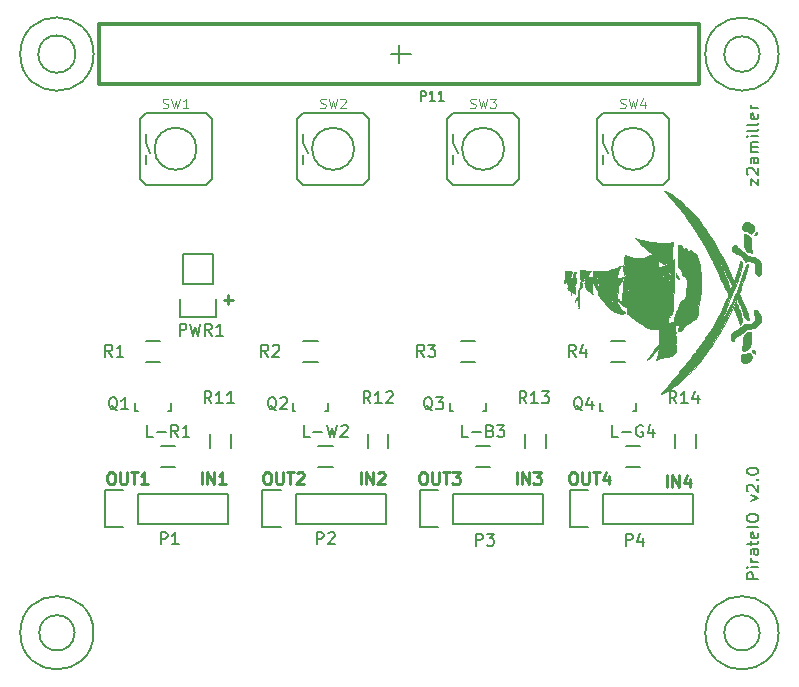
<source format=gto>
G04 #@! TF.FileFunction,Legend,Top*
%FSLAX46Y46*%
G04 Gerber Fmt 4.6, Leading zero omitted, Abs format (unit mm)*
G04 Created by KiCad (PCBNEW (2015-09-17 BZR 6202)-product) date Sunday, October 11, 2015 'PMt' 02:52:04 PM*
%MOMM*%
G01*
G04 APERTURE LIST*
%ADD10C,0.200000*%
%ADD11C,0.250000*%
%ADD12C,0.304800*%
%ADD13C,0.150000*%
%ADD14C,0.127000*%
%ADD15C,0.010000*%
%ADD16C,0.076200*%
G04 APERTURE END LIST*
D10*
X91225714Y-36067144D02*
X91225714Y-35543334D01*
X91892381Y-36067144D01*
X91892381Y-35543334D01*
X90987619Y-35210001D02*
X90940000Y-35162382D01*
X90892381Y-35067144D01*
X90892381Y-34829048D01*
X90940000Y-34733810D01*
X90987619Y-34686191D01*
X91082857Y-34638572D01*
X91178095Y-34638572D01*
X91320952Y-34686191D01*
X91892381Y-35257620D01*
X91892381Y-34638572D01*
X91892381Y-33781429D02*
X91368571Y-33781429D01*
X91273333Y-33829048D01*
X91225714Y-33924286D01*
X91225714Y-34114763D01*
X91273333Y-34210001D01*
X91844762Y-33781429D02*
X91892381Y-33876667D01*
X91892381Y-34114763D01*
X91844762Y-34210001D01*
X91749524Y-34257620D01*
X91654286Y-34257620D01*
X91559048Y-34210001D01*
X91511429Y-34114763D01*
X91511429Y-33876667D01*
X91463810Y-33781429D01*
X91892381Y-33305239D02*
X91225714Y-33305239D01*
X91320952Y-33305239D02*
X91273333Y-33257620D01*
X91225714Y-33162382D01*
X91225714Y-33019524D01*
X91273333Y-32924286D01*
X91368571Y-32876667D01*
X91892381Y-32876667D01*
X91368571Y-32876667D02*
X91273333Y-32829048D01*
X91225714Y-32733810D01*
X91225714Y-32590953D01*
X91273333Y-32495715D01*
X91368571Y-32448096D01*
X91892381Y-32448096D01*
X91892381Y-31971906D02*
X91225714Y-31971906D01*
X90892381Y-31971906D02*
X90940000Y-32019525D01*
X90987619Y-31971906D01*
X90940000Y-31924287D01*
X90892381Y-31971906D01*
X90987619Y-31971906D01*
X91892381Y-31352859D02*
X91844762Y-31448097D01*
X91749524Y-31495716D01*
X90892381Y-31495716D01*
X91892381Y-30829049D02*
X91844762Y-30924287D01*
X91749524Y-30971906D01*
X90892381Y-30971906D01*
X91844762Y-30067143D02*
X91892381Y-30162381D01*
X91892381Y-30352858D01*
X91844762Y-30448096D01*
X91749524Y-30495715D01*
X91368571Y-30495715D01*
X91273333Y-30448096D01*
X91225714Y-30352858D01*
X91225714Y-30162381D01*
X91273333Y-30067143D01*
X91368571Y-30019524D01*
X91463810Y-30019524D01*
X91559048Y-30495715D01*
X91892381Y-29590953D02*
X91225714Y-29590953D01*
X91416190Y-29590953D02*
X91320952Y-29543334D01*
X91273333Y-29495715D01*
X91225714Y-29400477D01*
X91225714Y-29305238D01*
X91892381Y-69460476D02*
X90892381Y-69460476D01*
X90892381Y-69079523D01*
X90940000Y-68984285D01*
X90987619Y-68936666D01*
X91082857Y-68889047D01*
X91225714Y-68889047D01*
X91320952Y-68936666D01*
X91368571Y-68984285D01*
X91416190Y-69079523D01*
X91416190Y-69460476D01*
X91892381Y-68460476D02*
X91225714Y-68460476D01*
X90892381Y-68460476D02*
X90940000Y-68508095D01*
X90987619Y-68460476D01*
X90940000Y-68412857D01*
X90892381Y-68460476D01*
X90987619Y-68460476D01*
X91892381Y-67984286D02*
X91225714Y-67984286D01*
X91416190Y-67984286D02*
X91320952Y-67936667D01*
X91273333Y-67889048D01*
X91225714Y-67793810D01*
X91225714Y-67698571D01*
X91892381Y-66936666D02*
X91368571Y-66936666D01*
X91273333Y-66984285D01*
X91225714Y-67079523D01*
X91225714Y-67270000D01*
X91273333Y-67365238D01*
X91844762Y-66936666D02*
X91892381Y-67031904D01*
X91892381Y-67270000D01*
X91844762Y-67365238D01*
X91749524Y-67412857D01*
X91654286Y-67412857D01*
X91559048Y-67365238D01*
X91511429Y-67270000D01*
X91511429Y-67031904D01*
X91463810Y-66936666D01*
X91225714Y-66603333D02*
X91225714Y-66222381D01*
X90892381Y-66460476D02*
X91749524Y-66460476D01*
X91844762Y-66412857D01*
X91892381Y-66317619D01*
X91892381Y-66222381D01*
X91844762Y-65508094D02*
X91892381Y-65603332D01*
X91892381Y-65793809D01*
X91844762Y-65889047D01*
X91749524Y-65936666D01*
X91368571Y-65936666D01*
X91273333Y-65889047D01*
X91225714Y-65793809D01*
X91225714Y-65603332D01*
X91273333Y-65508094D01*
X91368571Y-65460475D01*
X91463810Y-65460475D01*
X91559048Y-65936666D01*
X91892381Y-65031904D02*
X90892381Y-65031904D01*
X90892381Y-64365238D02*
X90892381Y-64174761D01*
X90940000Y-64079523D01*
X91035238Y-63984285D01*
X91225714Y-63936666D01*
X91559048Y-63936666D01*
X91749524Y-63984285D01*
X91844762Y-64079523D01*
X91892381Y-64174761D01*
X91892381Y-64365238D01*
X91844762Y-64460476D01*
X91749524Y-64555714D01*
X91559048Y-64603333D01*
X91225714Y-64603333D01*
X91035238Y-64555714D01*
X90940000Y-64460476D01*
X90892381Y-64365238D01*
X91225714Y-62841428D02*
X91892381Y-62603333D01*
X91225714Y-62365237D01*
X90987619Y-62031904D02*
X90940000Y-61984285D01*
X90892381Y-61889047D01*
X90892381Y-61650951D01*
X90940000Y-61555713D01*
X90987619Y-61508094D01*
X91082857Y-61460475D01*
X91178095Y-61460475D01*
X91320952Y-61508094D01*
X91892381Y-62079523D01*
X91892381Y-61460475D01*
X91797143Y-61031904D02*
X91844762Y-60984285D01*
X91892381Y-61031904D01*
X91844762Y-61079523D01*
X91797143Y-61031904D01*
X91892381Y-61031904D01*
X90892381Y-60365238D02*
X90892381Y-60269999D01*
X90940000Y-60174761D01*
X90987619Y-60127142D01*
X91082857Y-60079523D01*
X91273333Y-60031904D01*
X91511429Y-60031904D01*
X91701905Y-60079523D01*
X91797143Y-60127142D01*
X91844762Y-60174761D01*
X91892381Y-60269999D01*
X91892381Y-60365238D01*
X91844762Y-60460476D01*
X91797143Y-60508095D01*
X91701905Y-60555714D01*
X91511429Y-60603333D01*
X91273333Y-60603333D01*
X91082857Y-60555714D01*
X90987619Y-60508095D01*
X90940000Y-60460476D01*
X90892381Y-60365238D01*
D11*
X84121905Y-61666381D02*
X84121905Y-60666381D01*
X84598095Y-61666381D02*
X84598095Y-60666381D01*
X85169524Y-61666381D01*
X85169524Y-60666381D01*
X86074286Y-60999714D02*
X86074286Y-61666381D01*
X85836190Y-60618762D02*
X85598095Y-61333048D01*
X86217143Y-61333048D01*
X71421905Y-61412381D02*
X71421905Y-60412381D01*
X71898095Y-61412381D02*
X71898095Y-60412381D01*
X72469524Y-61412381D01*
X72469524Y-60412381D01*
X72850476Y-60412381D02*
X73469524Y-60412381D01*
X73136190Y-60793333D01*
X73279048Y-60793333D01*
X73374286Y-60840952D01*
X73421905Y-60888571D01*
X73469524Y-60983810D01*
X73469524Y-61221905D01*
X73421905Y-61317143D01*
X73374286Y-61364762D01*
X73279048Y-61412381D01*
X72993333Y-61412381D01*
X72898095Y-61364762D01*
X72850476Y-61317143D01*
X58213905Y-61412381D02*
X58213905Y-60412381D01*
X58690095Y-61412381D02*
X58690095Y-60412381D01*
X59261524Y-61412381D01*
X59261524Y-60412381D01*
X59690095Y-60507619D02*
X59737714Y-60460000D01*
X59832952Y-60412381D01*
X60071048Y-60412381D01*
X60166286Y-60460000D01*
X60213905Y-60507619D01*
X60261524Y-60602857D01*
X60261524Y-60698095D01*
X60213905Y-60840952D01*
X59642476Y-61412381D01*
X60261524Y-61412381D01*
X44751905Y-61412381D02*
X44751905Y-60412381D01*
X45228095Y-61412381D02*
X45228095Y-60412381D01*
X45799524Y-61412381D01*
X45799524Y-60412381D01*
X46799524Y-61412381D02*
X46228095Y-61412381D01*
X46513809Y-61412381D02*
X46513809Y-60412381D01*
X46418571Y-60555238D01*
X46323333Y-60650476D01*
X46228095Y-60698095D01*
X76120571Y-60412381D02*
X76311048Y-60412381D01*
X76406286Y-60460000D01*
X76501524Y-60555238D01*
X76549143Y-60745714D01*
X76549143Y-61079048D01*
X76501524Y-61269524D01*
X76406286Y-61364762D01*
X76311048Y-61412381D01*
X76120571Y-61412381D01*
X76025333Y-61364762D01*
X75930095Y-61269524D01*
X75882476Y-61079048D01*
X75882476Y-60745714D01*
X75930095Y-60555238D01*
X76025333Y-60460000D01*
X76120571Y-60412381D01*
X76977714Y-60412381D02*
X76977714Y-61221905D01*
X77025333Y-61317143D01*
X77072952Y-61364762D01*
X77168190Y-61412381D01*
X77358667Y-61412381D01*
X77453905Y-61364762D01*
X77501524Y-61317143D01*
X77549143Y-61221905D01*
X77549143Y-60412381D01*
X77882476Y-60412381D02*
X78453905Y-60412381D01*
X78168190Y-61412381D02*
X78168190Y-60412381D01*
X79215810Y-60745714D02*
X79215810Y-61412381D01*
X78977714Y-60364762D02*
X78739619Y-61079048D01*
X79358667Y-61079048D01*
X63420571Y-60412381D02*
X63611048Y-60412381D01*
X63706286Y-60460000D01*
X63801524Y-60555238D01*
X63849143Y-60745714D01*
X63849143Y-61079048D01*
X63801524Y-61269524D01*
X63706286Y-61364762D01*
X63611048Y-61412381D01*
X63420571Y-61412381D01*
X63325333Y-61364762D01*
X63230095Y-61269524D01*
X63182476Y-61079048D01*
X63182476Y-60745714D01*
X63230095Y-60555238D01*
X63325333Y-60460000D01*
X63420571Y-60412381D01*
X64277714Y-60412381D02*
X64277714Y-61221905D01*
X64325333Y-61317143D01*
X64372952Y-61364762D01*
X64468190Y-61412381D01*
X64658667Y-61412381D01*
X64753905Y-61364762D01*
X64801524Y-61317143D01*
X64849143Y-61221905D01*
X64849143Y-60412381D01*
X65182476Y-60412381D02*
X65753905Y-60412381D01*
X65468190Y-61412381D02*
X65468190Y-60412381D01*
X65992000Y-60412381D02*
X66611048Y-60412381D01*
X66277714Y-60793333D01*
X66420572Y-60793333D01*
X66515810Y-60840952D01*
X66563429Y-60888571D01*
X66611048Y-60983810D01*
X66611048Y-61221905D01*
X66563429Y-61317143D01*
X66515810Y-61364762D01*
X66420572Y-61412381D01*
X66134857Y-61412381D01*
X66039619Y-61364762D01*
X65992000Y-61317143D01*
X50212571Y-60412381D02*
X50403048Y-60412381D01*
X50498286Y-60460000D01*
X50593524Y-60555238D01*
X50641143Y-60745714D01*
X50641143Y-61079048D01*
X50593524Y-61269524D01*
X50498286Y-61364762D01*
X50403048Y-61412381D01*
X50212571Y-61412381D01*
X50117333Y-61364762D01*
X50022095Y-61269524D01*
X49974476Y-61079048D01*
X49974476Y-60745714D01*
X50022095Y-60555238D01*
X50117333Y-60460000D01*
X50212571Y-60412381D01*
X51069714Y-60412381D02*
X51069714Y-61221905D01*
X51117333Y-61317143D01*
X51164952Y-61364762D01*
X51260190Y-61412381D01*
X51450667Y-61412381D01*
X51545905Y-61364762D01*
X51593524Y-61317143D01*
X51641143Y-61221905D01*
X51641143Y-60412381D01*
X51974476Y-60412381D02*
X52545905Y-60412381D01*
X52260190Y-61412381D02*
X52260190Y-60412381D01*
X52831619Y-60507619D02*
X52879238Y-60460000D01*
X52974476Y-60412381D01*
X53212572Y-60412381D01*
X53307810Y-60460000D01*
X53355429Y-60507619D01*
X53403048Y-60602857D01*
X53403048Y-60698095D01*
X53355429Y-60840952D01*
X52784000Y-61412381D01*
X53403048Y-61412381D01*
X37004571Y-60412381D02*
X37195048Y-60412381D01*
X37290286Y-60460000D01*
X37385524Y-60555238D01*
X37433143Y-60745714D01*
X37433143Y-61079048D01*
X37385524Y-61269524D01*
X37290286Y-61364762D01*
X37195048Y-61412381D01*
X37004571Y-61412381D01*
X36909333Y-61364762D01*
X36814095Y-61269524D01*
X36766476Y-61079048D01*
X36766476Y-60745714D01*
X36814095Y-60555238D01*
X36909333Y-60460000D01*
X37004571Y-60412381D01*
X37861714Y-60412381D02*
X37861714Y-61221905D01*
X37909333Y-61317143D01*
X37956952Y-61364762D01*
X38052190Y-61412381D01*
X38242667Y-61412381D01*
X38337905Y-61364762D01*
X38385524Y-61317143D01*
X38433143Y-61221905D01*
X38433143Y-60412381D01*
X38766476Y-60412381D02*
X39337905Y-60412381D01*
X39052190Y-61412381D02*
X39052190Y-60412381D01*
X40195048Y-61412381D02*
X39623619Y-61412381D01*
X39909333Y-61412381D02*
X39909333Y-60412381D01*
X39814095Y-60555238D01*
X39718857Y-60650476D01*
X39623619Y-60698095D01*
X46609048Y-45791429D02*
X47370953Y-45791429D01*
X46990001Y-46172381D02*
X46990001Y-45410476D01*
D10*
X35601612Y-74000000D02*
G75*
G03X35601612Y-74000000I-3101612J0D01*
G01*
X34000000Y-74000000D02*
G75*
G03X34000000Y-74000000I-1500000J0D01*
G01*
X93601612Y-74000000D02*
G75*
G03X93601612Y-74000000I-3101612J0D01*
G01*
X92000000Y-74000000D02*
G75*
G03X92000000Y-74000000I-1500000J0D01*
G01*
X35606445Y-25000000D02*
G75*
G03X35606445Y-25000000I-3106445J0D01*
G01*
X93601612Y-25000000D02*
G75*
G03X93601612Y-25000000I-3101612J0D01*
G01*
X92000000Y-25000000D02*
G75*
G03X92000000Y-25000000I-1500000J0D01*
G01*
X34081139Y-25000000D02*
G75*
G03X34081139Y-25000000I-1581139J0D01*
G01*
X61500000Y-25000000D02*
X61500000Y-24250000D01*
X61500000Y-25000000D02*
X62500000Y-25000000D01*
X61500000Y-25000000D02*
X60750000Y-25000000D01*
X61500000Y-24750000D02*
X61500000Y-25750000D01*
D12*
X86900000Y-27540000D02*
X36100000Y-27540000D01*
X86900000Y-22460000D02*
X36100000Y-22460000D01*
X86900000Y-22460000D02*
X86900000Y-27540000D01*
X36100000Y-22460000D02*
X36100000Y-27540000D01*
D13*
X39370000Y-64770000D02*
X46990000Y-64770000D01*
X39370000Y-62230000D02*
X46990000Y-62230000D01*
X36550000Y-61950000D02*
X38100000Y-61950000D01*
X46990000Y-64770000D02*
X46990000Y-62230000D01*
X39370000Y-62230000D02*
X39370000Y-64770000D01*
X38100000Y-65050000D02*
X36550000Y-65050000D01*
X36550000Y-65050000D02*
X36550000Y-61950000D01*
X52705000Y-64770000D02*
X60325000Y-64770000D01*
X52705000Y-62230000D02*
X60325000Y-62230000D01*
X49885000Y-61950000D02*
X51435000Y-61950000D01*
X60325000Y-64770000D02*
X60325000Y-62230000D01*
X52705000Y-62230000D02*
X52705000Y-64770000D01*
X51435000Y-65050000D02*
X49885000Y-65050000D01*
X49885000Y-65050000D02*
X49885000Y-61950000D01*
X66040000Y-64770000D02*
X73660000Y-64770000D01*
X66040000Y-62230000D02*
X73660000Y-62230000D01*
X63220000Y-61950000D02*
X64770000Y-61950000D01*
X73660000Y-64770000D02*
X73660000Y-62230000D01*
X66040000Y-62230000D02*
X66040000Y-64770000D01*
X64770000Y-65050000D02*
X63220000Y-65050000D01*
X63220000Y-65050000D02*
X63220000Y-61950000D01*
X78740000Y-64770000D02*
X86360000Y-64770000D01*
X78740000Y-62230000D02*
X86360000Y-62230000D01*
X75920000Y-61950000D02*
X77470000Y-61950000D01*
X86360000Y-64770000D02*
X86360000Y-62230000D01*
X78740000Y-62230000D02*
X78740000Y-64770000D01*
X77470000Y-65050000D02*
X75920000Y-65050000D01*
X75920000Y-65050000D02*
X75920000Y-61950000D01*
X43180000Y-44450000D02*
X43180000Y-41910000D01*
X42900000Y-47270000D02*
X42900000Y-45720000D01*
X43180000Y-44450000D02*
X45720000Y-44450000D01*
X46000000Y-45720000D02*
X46000000Y-47270000D01*
X46000000Y-47270000D02*
X42900000Y-47270000D01*
X45720000Y-44450000D02*
X45720000Y-41910000D01*
X45720000Y-41910000D02*
X43180000Y-41910000D01*
X40040000Y-49290000D02*
X41240000Y-49290000D01*
X41240000Y-51040000D02*
X40040000Y-51040000D01*
X53375000Y-49290000D02*
X54575000Y-49290000D01*
X54575000Y-51040000D02*
X53375000Y-51040000D01*
X66710000Y-49290000D02*
X67910000Y-49290000D01*
X67910000Y-51040000D02*
X66710000Y-51040000D01*
X79410000Y-49290000D02*
X80610000Y-49290000D01*
X80610000Y-51040000D02*
X79410000Y-51040000D01*
X47230000Y-57185000D02*
X47230000Y-58385000D01*
X45480000Y-58385000D02*
X45480000Y-57185000D01*
X60565000Y-57185000D02*
X60565000Y-58385000D01*
X58815000Y-58385000D02*
X58815000Y-57185000D01*
X73900000Y-57185000D02*
X73900000Y-58385000D01*
X72150000Y-58385000D02*
X72150000Y-57185000D01*
X86600000Y-57185000D02*
X86600000Y-58385000D01*
X84850000Y-58385000D02*
X84850000Y-57185000D01*
D14*
X40005000Y-32512000D02*
X40386000Y-33401000D01*
X40005000Y-34290000D02*
X40005000Y-33528000D01*
X40005000Y-31750000D02*
X40005000Y-32512000D01*
X40005000Y-29972000D02*
X45085000Y-29972000D01*
X45085000Y-29972000D02*
X45593000Y-30480000D01*
X45593000Y-30480000D02*
X45593000Y-35560000D01*
X45593000Y-35560000D02*
X45085000Y-36068000D01*
X45085000Y-36068000D02*
X40005000Y-36068000D01*
X40005000Y-36068000D02*
X39497000Y-35560000D01*
X39497000Y-35560000D02*
X39497000Y-30480000D01*
X39497000Y-30480000D02*
X40005000Y-29972000D01*
X44323000Y-33020000D02*
G75*
G03X44323000Y-33020000I-1778000J0D01*
G01*
X53340000Y-32512000D02*
X53721000Y-33401000D01*
X53340000Y-34290000D02*
X53340000Y-33528000D01*
X53340000Y-31750000D02*
X53340000Y-32512000D01*
X53340000Y-29972000D02*
X58420000Y-29972000D01*
X58420000Y-29972000D02*
X58928000Y-30480000D01*
X58928000Y-30480000D02*
X58928000Y-35560000D01*
X58928000Y-35560000D02*
X58420000Y-36068000D01*
X58420000Y-36068000D02*
X53340000Y-36068000D01*
X53340000Y-36068000D02*
X52832000Y-35560000D01*
X52832000Y-35560000D02*
X52832000Y-30480000D01*
X52832000Y-30480000D02*
X53340000Y-29972000D01*
X57658000Y-33020000D02*
G75*
G03X57658000Y-33020000I-1778000J0D01*
G01*
X66040000Y-32512000D02*
X66421000Y-33401000D01*
X66040000Y-34290000D02*
X66040000Y-33528000D01*
X66040000Y-31750000D02*
X66040000Y-32512000D01*
X66040000Y-29972000D02*
X71120000Y-29972000D01*
X71120000Y-29972000D02*
X71628000Y-30480000D01*
X71628000Y-30480000D02*
X71628000Y-35560000D01*
X71628000Y-35560000D02*
X71120000Y-36068000D01*
X71120000Y-36068000D02*
X66040000Y-36068000D01*
X66040000Y-36068000D02*
X65532000Y-35560000D01*
X65532000Y-35560000D02*
X65532000Y-30480000D01*
X65532000Y-30480000D02*
X66040000Y-29972000D01*
X70358000Y-33020000D02*
G75*
G03X70358000Y-33020000I-1778000J0D01*
G01*
X78740000Y-32512000D02*
X79121000Y-33401000D01*
X78740000Y-34290000D02*
X78740000Y-33528000D01*
X78740000Y-31750000D02*
X78740000Y-32512000D01*
X78740000Y-29972000D02*
X83820000Y-29972000D01*
X83820000Y-29972000D02*
X84328000Y-30480000D01*
X84328000Y-30480000D02*
X84328000Y-35560000D01*
X84328000Y-35560000D02*
X83820000Y-36068000D01*
X83820000Y-36068000D02*
X78740000Y-36068000D01*
X78740000Y-36068000D02*
X78232000Y-35560000D01*
X78232000Y-35560000D02*
X78232000Y-30480000D01*
X78232000Y-30480000D02*
X78740000Y-29972000D01*
X83058000Y-33020000D02*
G75*
G03X83058000Y-33020000I-1778000J0D01*
G01*
D13*
X81509820Y-54559200D02*
X81509820Y-55260240D01*
X81509820Y-55260240D02*
X81260900Y-55260240D01*
X78710840Y-55260240D02*
X78510180Y-55260240D01*
X78510180Y-55260240D02*
X78510180Y-54559200D01*
X68809820Y-54559200D02*
X68809820Y-55260240D01*
X68809820Y-55260240D02*
X68560900Y-55260240D01*
X66010840Y-55260240D02*
X65810180Y-55260240D01*
X65810180Y-55260240D02*
X65810180Y-54559200D01*
X55474820Y-54559200D02*
X55474820Y-55260240D01*
X55474820Y-55260240D02*
X55225900Y-55260240D01*
X52675840Y-55260240D02*
X52475180Y-55260240D01*
X52475180Y-55260240D02*
X52475180Y-54559200D01*
X42139820Y-54559200D02*
X42139820Y-55260240D01*
X42139820Y-55260240D02*
X41890900Y-55260240D01*
X39340840Y-55260240D02*
X39140180Y-55260240D01*
X39140180Y-55260240D02*
X39140180Y-54559200D01*
X55845000Y-59930000D02*
X54645000Y-59930000D01*
X54645000Y-58180000D02*
X55845000Y-58180000D01*
X42510000Y-59930000D02*
X41310000Y-59930000D01*
X41310000Y-58180000D02*
X42510000Y-58180000D01*
X81880000Y-59930000D02*
X80680000Y-59930000D01*
X80680000Y-58180000D02*
X81880000Y-58180000D01*
X69180000Y-59930000D02*
X67980000Y-59930000D01*
X67980000Y-58180000D02*
X69180000Y-58180000D01*
D15*
G36*
X89663154Y-41379516D02*
X89730082Y-41276989D01*
X89783887Y-41224903D01*
X89880986Y-41150767D01*
X89954042Y-41137922D01*
X90021073Y-41192121D01*
X90100098Y-41319117D01*
X90104581Y-41327286D01*
X90181966Y-41428418D01*
X90301199Y-41542496D01*
X90393048Y-41613667D01*
X90552099Y-41731334D01*
X90719266Y-41865419D01*
X90795703Y-41931167D01*
X90902927Y-42019896D01*
X91000503Y-42076683D01*
X91118034Y-42113769D01*
X91285122Y-42143393D01*
X91321976Y-42148767D01*
X91595651Y-42210747D01*
X91803889Y-42312838D01*
X91959558Y-42462959D01*
X92038416Y-42589590D01*
X92089234Y-42737696D01*
X92124369Y-42936567D01*
X92140614Y-43153226D01*
X92134764Y-43354694D01*
X92121534Y-43444395D01*
X92072008Y-43572377D01*
X91990713Y-43685423D01*
X91898923Y-43758211D01*
X91846273Y-43772019D01*
X91742514Y-43736866D01*
X91674115Y-43632797D01*
X91640049Y-43456799D01*
X91639290Y-43205856D01*
X91641400Y-43170388D01*
X91646906Y-42957155D01*
X91623678Y-42808188D01*
X91561176Y-42705065D01*
X91448858Y-42629364D01*
X91297814Y-42569909D01*
X91148058Y-42525120D01*
X91046625Y-42513416D01*
X90965064Y-42532191D01*
X90951276Y-42538159D01*
X90852967Y-42577029D01*
X90792891Y-42570574D01*
X90745231Y-42506463D01*
X90705473Y-42420771D01*
X90627537Y-42296228D01*
X90500060Y-42173873D01*
X90312634Y-42045513D01*
X90054850Y-41902956D01*
X90033950Y-41892259D01*
X89856410Y-41798102D01*
X89742505Y-41724514D01*
X89678489Y-41657707D01*
X89650615Y-41583892D01*
X89645067Y-41502195D01*
X89663154Y-41379516D01*
X89663154Y-41379516D01*
G37*
X89663154Y-41379516D02*
X89730082Y-41276989D01*
X89783887Y-41224903D01*
X89880986Y-41150767D01*
X89954042Y-41137922D01*
X90021073Y-41192121D01*
X90100098Y-41319117D01*
X90104581Y-41327286D01*
X90181966Y-41428418D01*
X90301199Y-41542496D01*
X90393048Y-41613667D01*
X90552099Y-41731334D01*
X90719266Y-41865419D01*
X90795703Y-41931167D01*
X90902927Y-42019896D01*
X91000503Y-42076683D01*
X91118034Y-42113769D01*
X91285122Y-42143393D01*
X91321976Y-42148767D01*
X91595651Y-42210747D01*
X91803889Y-42312838D01*
X91959558Y-42462959D01*
X92038416Y-42589590D01*
X92089234Y-42737696D01*
X92124369Y-42936567D01*
X92140614Y-43153226D01*
X92134764Y-43354694D01*
X92121534Y-43444395D01*
X92072008Y-43572377D01*
X91990713Y-43685423D01*
X91898923Y-43758211D01*
X91846273Y-43772019D01*
X91742514Y-43736866D01*
X91674115Y-43632797D01*
X91640049Y-43456799D01*
X91639290Y-43205856D01*
X91641400Y-43170388D01*
X91646906Y-42957155D01*
X91623678Y-42808188D01*
X91561176Y-42705065D01*
X91448858Y-42629364D01*
X91297814Y-42569909D01*
X91148058Y-42525120D01*
X91046625Y-42513416D01*
X90965064Y-42532191D01*
X90951276Y-42538159D01*
X90852967Y-42577029D01*
X90792891Y-42570574D01*
X90745231Y-42506463D01*
X90705473Y-42420771D01*
X90627537Y-42296228D01*
X90500060Y-42173873D01*
X90312634Y-42045513D01*
X90054850Y-41902956D01*
X90033950Y-41892259D01*
X89856410Y-41798102D01*
X89742505Y-41724514D01*
X89678489Y-41657707D01*
X89650615Y-41583892D01*
X89645067Y-41502195D01*
X89663154Y-41379516D01*
G36*
X89545605Y-48834707D02*
X89590547Y-48694589D01*
X89646906Y-48636040D01*
X89760210Y-48548570D01*
X89913453Y-48444476D01*
X90071927Y-48346470D01*
X90253710Y-48232819D01*
X90417575Y-48119201D01*
X90543742Y-48019991D01*
X90606229Y-47958165D01*
X90664195Y-47889309D01*
X90719696Y-47849801D01*
X90796902Y-47832415D01*
X90919986Y-47829926D01*
X91026304Y-47832588D01*
X91191466Y-47834951D01*
X91298574Y-47825616D01*
X91374101Y-47797728D01*
X91444521Y-47744436D01*
X91475123Y-47716403D01*
X91576177Y-47577666D01*
X91609786Y-47407553D01*
X91577018Y-47196506D01*
X91544613Y-47095834D01*
X91492966Y-46913335D01*
X91493035Y-46787595D01*
X91545526Y-46707802D01*
X91570943Y-46691557D01*
X91689613Y-46656431D01*
X91795979Y-46690899D01*
X91898060Y-46800026D01*
X91987016Y-46954403D01*
X92079659Y-47177858D01*
X92110528Y-47370927D01*
X92080222Y-47560476D01*
X92004617Y-47743317D01*
X91928957Y-47873908D01*
X91851029Y-47975333D01*
X91804958Y-48014586D01*
X91709343Y-48076714D01*
X91661695Y-48116924D01*
X91559981Y-48177647D01*
X91390578Y-48232130D01*
X91170456Y-48275485D01*
X91061141Y-48289864D01*
X90915478Y-48314385D01*
X90809510Y-48360646D01*
X90705165Y-48448081D01*
X90658975Y-48495146D01*
X90517867Y-48621099D01*
X90348827Y-48742886D01*
X90260546Y-48795269D01*
X90084171Y-48906759D01*
X89936464Y-49032981D01*
X89833027Y-49158022D01*
X89789466Y-49265969D01*
X89789000Y-49276145D01*
X89767909Y-49333590D01*
X89715694Y-49328676D01*
X89648936Y-49268985D01*
X89596934Y-49188306D01*
X89545121Y-49017793D01*
X89545605Y-48834707D01*
X89545605Y-48834707D01*
G37*
X89545605Y-48834707D02*
X89590547Y-48694589D01*
X89646906Y-48636040D01*
X89760210Y-48548570D01*
X89913453Y-48444476D01*
X90071927Y-48346470D01*
X90253710Y-48232819D01*
X90417575Y-48119201D01*
X90543742Y-48019991D01*
X90606229Y-47958165D01*
X90664195Y-47889309D01*
X90719696Y-47849801D01*
X90796902Y-47832415D01*
X90919986Y-47829926D01*
X91026304Y-47832588D01*
X91191466Y-47834951D01*
X91298574Y-47825616D01*
X91374101Y-47797728D01*
X91444521Y-47744436D01*
X91475123Y-47716403D01*
X91576177Y-47577666D01*
X91609786Y-47407553D01*
X91577018Y-47196506D01*
X91544613Y-47095834D01*
X91492966Y-46913335D01*
X91493035Y-46787595D01*
X91545526Y-46707802D01*
X91570943Y-46691557D01*
X91689613Y-46656431D01*
X91795979Y-46690899D01*
X91898060Y-46800026D01*
X91987016Y-46954403D01*
X92079659Y-47177858D01*
X92110528Y-47370927D01*
X92080222Y-47560476D01*
X92004617Y-47743317D01*
X91928957Y-47873908D01*
X91851029Y-47975333D01*
X91804958Y-48014586D01*
X91709343Y-48076714D01*
X91661695Y-48116924D01*
X91559981Y-48177647D01*
X91390578Y-48232130D01*
X91170456Y-48275485D01*
X91061141Y-48289864D01*
X90915478Y-48314385D01*
X90809510Y-48360646D01*
X90705165Y-48448081D01*
X90658975Y-48495146D01*
X90517867Y-48621099D01*
X90348827Y-48742886D01*
X90260546Y-48795269D01*
X90084171Y-48906759D01*
X89936464Y-49032981D01*
X89833027Y-49158022D01*
X89789466Y-49265969D01*
X89789000Y-49276145D01*
X89767909Y-49333590D01*
X89715694Y-49328676D01*
X89648936Y-49268985D01*
X89596934Y-49188306D01*
X89545121Y-49017793D01*
X89545605Y-48834707D01*
G36*
X91596832Y-40237005D02*
X91621866Y-40197441D01*
X91704326Y-40093499D01*
X91768121Y-40066359D01*
X91808034Y-40114268D01*
X91796101Y-40175650D01*
X91755363Y-40249206D01*
X91678071Y-40320251D01*
X91608882Y-40343667D01*
X91561391Y-40338435D01*
X91556787Y-40309499D01*
X91596832Y-40237005D01*
X91596832Y-40237005D01*
G37*
X91596832Y-40237005D02*
X91621866Y-40197441D01*
X91704326Y-40093499D01*
X91768121Y-40066359D01*
X91808034Y-40114268D01*
X91796101Y-40175650D01*
X91755363Y-40249206D01*
X91678071Y-40320251D01*
X91608882Y-40343667D01*
X91561391Y-40338435D01*
X91556787Y-40309499D01*
X91596832Y-40237005D01*
G36*
X91345176Y-50039909D02*
X91419528Y-50043262D01*
X91502886Y-50074774D01*
X91542810Y-50104524D01*
X91584820Y-50175704D01*
X91607540Y-50266815D01*
X91606590Y-50344809D01*
X91578863Y-50376667D01*
X91534290Y-50346730D01*
X91462834Y-50274405D01*
X91387212Y-50185926D01*
X91330139Y-50107524D01*
X91313099Y-50069750D01*
X91345176Y-50039909D01*
X91345176Y-50039909D01*
G37*
X91345176Y-50039909D02*
X91419528Y-50043262D01*
X91502886Y-50074774D01*
X91542810Y-50104524D01*
X91584820Y-50175704D01*
X91607540Y-50266815D01*
X91606590Y-50344809D01*
X91578863Y-50376667D01*
X91534290Y-50346730D01*
X91462834Y-50274405D01*
X91387212Y-50185926D01*
X91330139Y-50107524D01*
X91313099Y-50069750D01*
X91345176Y-50039909D01*
G36*
X90536356Y-39583263D02*
X90607158Y-39438252D01*
X90702672Y-39310761D01*
X90804497Y-39229033D01*
X90834502Y-39217397D01*
X90981163Y-39216995D01*
X91147444Y-39274832D01*
X91309663Y-39376388D01*
X91444135Y-39507148D01*
X91522335Y-39639034D01*
X91558023Y-39758312D01*
X91553786Y-39858252D01*
X91519889Y-39962667D01*
X91465146Y-40054816D01*
X91386269Y-40135268D01*
X91305468Y-40187039D01*
X91244955Y-40193146D01*
X91233062Y-40181984D01*
X91170075Y-40129823D01*
X91055201Y-40069259D01*
X90918527Y-40013058D01*
X90790145Y-39973982D01*
X90718217Y-39963597D01*
X90594318Y-39934674D01*
X90526391Y-39846370D01*
X90508667Y-39717548D01*
X90536356Y-39583263D01*
X90536356Y-39583263D01*
G37*
X90536356Y-39583263D02*
X90607158Y-39438252D01*
X90702672Y-39310761D01*
X90804497Y-39229033D01*
X90834502Y-39217397D01*
X90981163Y-39216995D01*
X91147444Y-39274832D01*
X91309663Y-39376388D01*
X91444135Y-39507148D01*
X91522335Y-39639034D01*
X91558023Y-39758312D01*
X91553786Y-39858252D01*
X91519889Y-39962667D01*
X91465146Y-40054816D01*
X91386269Y-40135268D01*
X91305468Y-40187039D01*
X91244955Y-40193146D01*
X91233062Y-40181984D01*
X91170075Y-40129823D01*
X91055201Y-40069259D01*
X90918527Y-40013058D01*
X90790145Y-39973982D01*
X90718217Y-39963597D01*
X90594318Y-39934674D01*
X90526391Y-39846370D01*
X90508667Y-39717548D01*
X90536356Y-39583263D01*
G36*
X90433187Y-50529724D02*
X90440418Y-50486350D01*
X90467921Y-50418919D01*
X90522849Y-50388918D01*
X90632014Y-50383138D01*
X90649280Y-50383429D01*
X90802341Y-50368242D01*
X90947162Y-50326099D01*
X90970184Y-50315313D01*
X91101541Y-50267013D01*
X91195362Y-50287764D01*
X91269010Y-50384161D01*
X91293745Y-50438212D01*
X91344612Y-50591611D01*
X91344109Y-50713625D01*
X91290176Y-50841698D01*
X91269634Y-50876545D01*
X91165906Y-50989776D01*
X91015312Y-51091085D01*
X90853004Y-51160331D01*
X90741500Y-51179129D01*
X90602049Y-51140936D01*
X90499626Y-51032132D01*
X90441356Y-50861316D01*
X90434379Y-50808457D01*
X90427344Y-50659884D01*
X90433187Y-50529724D01*
X90433187Y-50529724D01*
G37*
X90433187Y-50529724D02*
X90440418Y-50486350D01*
X90467921Y-50418919D01*
X90522849Y-50388918D01*
X90632014Y-50383138D01*
X90649280Y-50383429D01*
X90802341Y-50368242D01*
X90947162Y-50326099D01*
X90970184Y-50315313D01*
X91101541Y-50267013D01*
X91195362Y-50287764D01*
X91269010Y-50384161D01*
X91293745Y-50438212D01*
X91344612Y-50591611D01*
X91344109Y-50713625D01*
X91290176Y-50841698D01*
X91269634Y-50876545D01*
X91165906Y-50989776D01*
X91015312Y-51091085D01*
X90853004Y-51160331D01*
X90741500Y-51179129D01*
X90602049Y-51140936D01*
X90499626Y-51032132D01*
X90441356Y-50861316D01*
X90434379Y-50808457D01*
X90427344Y-50659884D01*
X90433187Y-50529724D01*
G36*
X90528463Y-49907588D02*
X90531355Y-49891620D01*
X90547565Y-49774480D01*
X90565122Y-49601145D01*
X90581330Y-49399993D01*
X90588665Y-49288233D01*
X90601357Y-49092520D01*
X90615856Y-48959958D01*
X90638831Y-48869170D01*
X90676948Y-48798783D01*
X90736874Y-48727418D01*
X90776820Y-48684983D01*
X90882718Y-48583135D01*
X90970976Y-48531977D01*
X91075403Y-48514959D01*
X91126070Y-48514000D01*
X91242092Y-48518738D01*
X91295394Y-48540586D01*
X91307734Y-48591002D01*
X91306979Y-48609250D01*
X91301650Y-48688072D01*
X91291701Y-48830548D01*
X91278595Y-49015888D01*
X91264961Y-49206995D01*
X91244862Y-49444471D01*
X91221843Y-49615516D01*
X91192338Y-49738363D01*
X91152780Y-49831243D01*
X91137845Y-49856920D01*
X91027790Y-49982440D01*
X90885588Y-50074685D01*
X90737037Y-50121635D01*
X90607936Y-50111269D01*
X90599523Y-50107741D01*
X90537200Y-50069497D01*
X90516668Y-50012781D01*
X90528463Y-49907588D01*
X90528463Y-49907588D01*
G37*
X90528463Y-49907588D02*
X90531355Y-49891620D01*
X90547565Y-49774480D01*
X90565122Y-49601145D01*
X90581330Y-49399993D01*
X90588665Y-49288233D01*
X90601357Y-49092520D01*
X90615856Y-48959958D01*
X90638831Y-48869170D01*
X90676948Y-48798783D01*
X90736874Y-48727418D01*
X90776820Y-48684983D01*
X90882718Y-48583135D01*
X90970976Y-48531977D01*
X91075403Y-48514959D01*
X91126070Y-48514000D01*
X91242092Y-48518738D01*
X91295394Y-48540586D01*
X91307734Y-48591002D01*
X91306979Y-48609250D01*
X91301650Y-48688072D01*
X91291701Y-48830548D01*
X91278595Y-49015888D01*
X91264961Y-49206995D01*
X91244862Y-49444471D01*
X91221843Y-49615516D01*
X91192338Y-49738363D01*
X91152780Y-49831243D01*
X91137845Y-49856920D01*
X91027790Y-49982440D01*
X90885588Y-50074685D01*
X90737037Y-50121635D01*
X90607936Y-50111269D01*
X90599523Y-50107741D01*
X90537200Y-50069497D01*
X90516668Y-50012781D01*
X90528463Y-49907588D01*
G36*
X90789420Y-40259000D02*
X90937851Y-40293467D01*
X91087489Y-40381711D01*
X91203285Y-40500995D01*
X91228299Y-40543711D01*
X91255614Y-40644364D01*
X91278559Y-40818789D01*
X91295962Y-41056153D01*
X91303820Y-41241360D01*
X91322504Y-41821553D01*
X91159002Y-41795814D01*
X91012102Y-41749396D01*
X90876534Y-41671463D01*
X90868500Y-41665020D01*
X90803159Y-41598559D01*
X90754960Y-41514110D01*
X90721317Y-41398509D01*
X90699646Y-41238591D01*
X90687359Y-41021191D01*
X90681872Y-40733147D01*
X90681709Y-40714084D01*
X90678000Y-40259000D01*
X90789420Y-40259000D01*
X90789420Y-40259000D01*
G37*
X90789420Y-40259000D02*
X90937851Y-40293467D01*
X91087489Y-40381711D01*
X91203285Y-40500995D01*
X91228299Y-40543711D01*
X91255614Y-40644364D01*
X91278559Y-40818789D01*
X91295962Y-41056153D01*
X91303820Y-41241360D01*
X91322504Y-41821553D01*
X91159002Y-41795814D01*
X91012102Y-41749396D01*
X90876534Y-41671463D01*
X90868500Y-41665020D01*
X90803159Y-41598559D01*
X90754960Y-41514110D01*
X90721317Y-41398509D01*
X90699646Y-41238591D01*
X90687359Y-41021191D01*
X90681872Y-40733147D01*
X90681709Y-40714084D01*
X90678000Y-40259000D01*
X90789420Y-40259000D01*
G36*
X90162545Y-45599378D02*
X90171547Y-45566310D01*
X90209410Y-45455853D01*
X90245473Y-45389713D01*
X90258161Y-45381334D01*
X90298834Y-45419122D01*
X90362031Y-45523862D01*
X90442236Y-45682619D01*
X90533931Y-45882457D01*
X90631599Y-46110441D01*
X90729723Y-46353633D01*
X90822786Y-46599100D01*
X90905270Y-46833904D01*
X90971658Y-47045111D01*
X90979520Y-47072649D01*
X91024677Y-47230784D01*
X91062925Y-47360308D01*
X91087024Y-47436787D01*
X91089174Y-47442709D01*
X91074288Y-47501068D01*
X91039526Y-47524375D01*
X90923714Y-47533830D01*
X90822302Y-47465505D01*
X90732771Y-47316947D01*
X90678673Y-47172841D01*
X90623639Y-47007253D01*
X90570407Y-46856185D01*
X90532432Y-46757167D01*
X90479029Y-46625153D01*
X90424739Y-46483975D01*
X90424005Y-46482000D01*
X90379161Y-46367330D01*
X90314552Y-46209288D01*
X90244366Y-46042560D01*
X90180837Y-45887394D01*
X90148904Y-45780644D01*
X90144247Y-45694057D01*
X90162545Y-45599378D01*
X90162545Y-45599378D01*
G37*
X90162545Y-45599378D02*
X90171547Y-45566310D01*
X90209410Y-45455853D01*
X90245473Y-45389713D01*
X90258161Y-45381334D01*
X90298834Y-45419122D01*
X90362031Y-45523862D01*
X90442236Y-45682619D01*
X90533931Y-45882457D01*
X90631599Y-46110441D01*
X90729723Y-46353633D01*
X90822786Y-46599100D01*
X90905270Y-46833904D01*
X90971658Y-47045111D01*
X90979520Y-47072649D01*
X91024677Y-47230784D01*
X91062925Y-47360308D01*
X91087024Y-47436787D01*
X91089174Y-47442709D01*
X91074288Y-47501068D01*
X91039526Y-47524375D01*
X90923714Y-47533830D01*
X90822302Y-47465505D01*
X90732771Y-47316947D01*
X90678673Y-47172841D01*
X90623639Y-47007253D01*
X90570407Y-46856185D01*
X90532432Y-46757167D01*
X90479029Y-46625153D01*
X90424739Y-46483975D01*
X90424005Y-46482000D01*
X90379161Y-46367330D01*
X90314552Y-46209288D01*
X90244366Y-46042560D01*
X90180837Y-45887394D01*
X90148904Y-45780644D01*
X90144247Y-45694057D01*
X90162545Y-45599378D01*
G36*
X83673180Y-53716792D02*
X83773198Y-53595371D01*
X83920300Y-53426540D01*
X84064789Y-53265476D01*
X84141860Y-53179293D01*
X84227259Y-53081223D01*
X84328887Y-52961852D01*
X84454647Y-52811768D01*
X84612442Y-52621557D01*
X84810173Y-52381806D01*
X84979563Y-52175834D01*
X85144146Y-51975703D01*
X85297456Y-51789567D01*
X85428398Y-51630872D01*
X85525878Y-51513069D01*
X85573267Y-51456167D01*
X85651415Y-51360908D01*
X85760100Y-51225633D01*
X85877833Y-51077122D01*
X85896011Y-51054000D01*
X86006671Y-50913748D01*
X86105261Y-50789990D01*
X86173745Y-50705337D01*
X86183015Y-50694167D01*
X86286377Y-50567790D01*
X86394004Y-50431361D01*
X86492738Y-50302206D01*
X86569419Y-50197648D01*
X86610889Y-50135012D01*
X86614676Y-50125851D01*
X86640655Y-50082193D01*
X86705459Y-50000263D01*
X86741676Y-49958181D01*
X86817694Y-49866575D01*
X86862716Y-49801965D01*
X86868000Y-49788415D01*
X86893650Y-49742024D01*
X86956117Y-49664535D01*
X86963250Y-49656568D01*
X87019775Y-49584322D01*
X87111405Y-49456555D01*
X87227575Y-49289035D01*
X87357717Y-49097535D01*
X87491267Y-48897824D01*
X87617658Y-48705672D01*
X87726324Y-48536850D01*
X87806698Y-48407128D01*
X87842220Y-48344667D01*
X87891295Y-48259772D01*
X87924118Y-48217667D01*
X87959648Y-48170050D01*
X88024558Y-48066219D01*
X88108301Y-47924618D01*
X88200327Y-47763692D01*
X88290088Y-47601886D01*
X88367035Y-47457646D01*
X88420429Y-47349834D01*
X88473110Y-47241828D01*
X88513912Y-47170773D01*
X88523257Y-47159334D01*
X88551235Y-47113783D01*
X88608024Y-47005297D01*
X88687003Y-46847738D01*
X88781554Y-46654970D01*
X88885055Y-46440854D01*
X88990888Y-46219253D01*
X89092433Y-46004030D01*
X89183069Y-45809046D01*
X89256177Y-45648164D01*
X89305137Y-45535247D01*
X89323329Y-45484156D01*
X89323334Y-45483916D01*
X89339374Y-45435141D01*
X89379951Y-45337735D01*
X89403999Y-45283761D01*
X89477203Y-45111829D01*
X89569500Y-44878788D01*
X89673759Y-44604033D01*
X89782847Y-44306958D01*
X89889631Y-44006958D01*
X89986980Y-43723426D01*
X90060903Y-43497500D01*
X90125000Y-43297958D01*
X90182479Y-43124223D01*
X90227275Y-42994278D01*
X90253326Y-42926107D01*
X90254161Y-42924373D01*
X90281479Y-42842691D01*
X90309701Y-42719354D01*
X90316654Y-42680956D01*
X90341748Y-42571969D01*
X90369199Y-42508917D01*
X90378593Y-42502667D01*
X90421568Y-42539323D01*
X90465731Y-42628775D01*
X90498691Y-42740247D01*
X90508667Y-42825689D01*
X90496156Y-42935023D01*
X90462841Y-43100065D01*
X90415044Y-43296320D01*
X90359090Y-43499295D01*
X90301302Y-43684494D01*
X90253255Y-43815000D01*
X90206827Y-43929428D01*
X90139051Y-44099746D01*
X90059067Y-44302856D01*
X89976854Y-44513500D01*
X89893848Y-44724956D01*
X89813758Y-44925032D01*
X89745714Y-45091155D01*
X89698892Y-45200654D01*
X89653878Y-45309229D01*
X89589398Y-45475878D01*
X89513750Y-45678690D01*
X89435229Y-45895754D01*
X89428125Y-45915747D01*
X89345652Y-46138133D01*
X89259756Y-46352730D01*
X89180345Y-46535758D01*
X89117323Y-46663436D01*
X89114787Y-46667927D01*
X89029679Y-46828742D01*
X88950310Y-46997211D01*
X88918052Y-47074667D01*
X88860421Y-47205330D01*
X88801268Y-47311551D01*
X88780804Y-47339510D01*
X88741659Y-47407374D01*
X88744778Y-47441556D01*
X88793471Y-47438130D01*
X88867831Y-47380652D01*
X88949114Y-47287153D01*
X89016074Y-47180600D01*
X89068642Y-47087757D01*
X89108440Y-47033922D01*
X89110416Y-47032334D01*
X89151072Y-46979156D01*
X89220220Y-46863911D01*
X89310356Y-46701164D01*
X89413975Y-46505482D01*
X89523574Y-46291431D01*
X89631646Y-46073576D01*
X89730688Y-45866483D01*
X89813194Y-45684719D01*
X89851995Y-45593000D01*
X89923472Y-45420372D01*
X89996329Y-45249793D01*
X90045695Y-45138379D01*
X90094813Y-45022164D01*
X90124082Y-44936145D01*
X90127667Y-44915667D01*
X90144295Y-44853832D01*
X90186328Y-44747528D01*
X90210692Y-44692956D01*
X90270357Y-44551181D01*
X90346920Y-44350754D01*
X90433405Y-44111987D01*
X90522839Y-43855194D01*
X90608245Y-43600688D01*
X90682651Y-43368781D01*
X90739080Y-43179787D01*
X90766082Y-43075440D01*
X90811653Y-42914806D01*
X90864936Y-42826825D01*
X90935700Y-42799506D01*
X90985647Y-42806004D01*
X91011784Y-42827494D01*
X91014749Y-42884389D01*
X90993028Y-42992313D01*
X90953503Y-43137667D01*
X90906696Y-43297814D01*
X90865904Y-43430938D01*
X90838863Y-43511910D01*
X90836196Y-43518667D01*
X90811464Y-43589155D01*
X90771491Y-43714612D01*
X90724656Y-43868701D01*
X90721745Y-43878500D01*
X90675041Y-44028640D01*
X90611169Y-44224092D01*
X90536855Y-44445332D01*
X90458825Y-44672833D01*
X90383806Y-44887072D01*
X90318525Y-45068524D01*
X90269708Y-45197663D01*
X90255052Y-45233167D01*
X90223879Y-45306219D01*
X90168759Y-45437012D01*
X90098281Y-45605121D01*
X90041444Y-45741167D01*
X89847629Y-46190193D01*
X89634539Y-46656696D01*
X89413714Y-47116678D01*
X89196693Y-47546142D01*
X88995013Y-47921090D01*
X88982993Y-47942500D01*
X88876220Y-48133793D01*
X88760739Y-48343234D01*
X88667771Y-48514000D01*
X88567634Y-48688034D01*
X88426317Y-48916886D01*
X88252581Y-49187008D01*
X88055192Y-49484852D01*
X87842911Y-49796869D01*
X87767332Y-49906033D01*
X87661116Y-50059527D01*
X87554097Y-50215427D01*
X87492854Y-50305431D01*
X87418278Y-50410622D01*
X87359912Y-50483971D01*
X87342647Y-50500899D01*
X87299021Y-50548534D01*
X87231473Y-50638583D01*
X87207575Y-50673000D01*
X87129815Y-50782719D01*
X87062632Y-50870187D01*
X87050309Y-50884667D01*
X87002266Y-50940975D01*
X86913111Y-51047404D01*
X86795557Y-51188721D01*
X86662313Y-51349689D01*
X86661781Y-51350334D01*
X86500142Y-51538240D01*
X86307397Y-51750029D01*
X86098346Y-51970598D01*
X85887788Y-52184841D01*
X85690520Y-52377655D01*
X85521342Y-52533936D01*
X85412670Y-52625229D01*
X85297082Y-52719523D01*
X85174295Y-52826206D01*
X85159581Y-52839548D01*
X85058487Y-52921540D01*
X84970318Y-52976365D01*
X84953328Y-52983237D01*
X84890319Y-53017286D01*
X84878334Y-53037627D01*
X84844731Y-53073737D01*
X84757766Y-53135633D01*
X84666667Y-53191834D01*
X84552629Y-53262956D01*
X84475783Y-53319538D01*
X84455000Y-53343956D01*
X84420700Y-53379220D01*
X84380917Y-53396757D01*
X84300987Y-53433381D01*
X84186586Y-53497123D01*
X84137500Y-53526989D01*
X83995782Y-53610968D01*
X83852852Y-53688746D01*
X83820000Y-53705247D01*
X83713330Y-53757476D01*
X83638135Y-53794576D01*
X83629500Y-53798896D01*
X83624022Y-53786176D01*
X83673180Y-53716792D01*
X83673180Y-53716792D01*
G37*
X83673180Y-53716792D02*
X83773198Y-53595371D01*
X83920300Y-53426540D01*
X84064789Y-53265476D01*
X84141860Y-53179293D01*
X84227259Y-53081223D01*
X84328887Y-52961852D01*
X84454647Y-52811768D01*
X84612442Y-52621557D01*
X84810173Y-52381806D01*
X84979563Y-52175834D01*
X85144146Y-51975703D01*
X85297456Y-51789567D01*
X85428398Y-51630872D01*
X85525878Y-51513069D01*
X85573267Y-51456167D01*
X85651415Y-51360908D01*
X85760100Y-51225633D01*
X85877833Y-51077122D01*
X85896011Y-51054000D01*
X86006671Y-50913748D01*
X86105261Y-50789990D01*
X86173745Y-50705337D01*
X86183015Y-50694167D01*
X86286377Y-50567790D01*
X86394004Y-50431361D01*
X86492738Y-50302206D01*
X86569419Y-50197648D01*
X86610889Y-50135012D01*
X86614676Y-50125851D01*
X86640655Y-50082193D01*
X86705459Y-50000263D01*
X86741676Y-49958181D01*
X86817694Y-49866575D01*
X86862716Y-49801965D01*
X86868000Y-49788415D01*
X86893650Y-49742024D01*
X86956117Y-49664535D01*
X86963250Y-49656568D01*
X87019775Y-49584322D01*
X87111405Y-49456555D01*
X87227575Y-49289035D01*
X87357717Y-49097535D01*
X87491267Y-48897824D01*
X87617658Y-48705672D01*
X87726324Y-48536850D01*
X87806698Y-48407128D01*
X87842220Y-48344667D01*
X87891295Y-48259772D01*
X87924118Y-48217667D01*
X87959648Y-48170050D01*
X88024558Y-48066219D01*
X88108301Y-47924618D01*
X88200327Y-47763692D01*
X88290088Y-47601886D01*
X88367035Y-47457646D01*
X88420429Y-47349834D01*
X88473110Y-47241828D01*
X88513912Y-47170773D01*
X88523257Y-47159334D01*
X88551235Y-47113783D01*
X88608024Y-47005297D01*
X88687003Y-46847738D01*
X88781554Y-46654970D01*
X88885055Y-46440854D01*
X88990888Y-46219253D01*
X89092433Y-46004030D01*
X89183069Y-45809046D01*
X89256177Y-45648164D01*
X89305137Y-45535247D01*
X89323329Y-45484156D01*
X89323334Y-45483916D01*
X89339374Y-45435141D01*
X89379951Y-45337735D01*
X89403999Y-45283761D01*
X89477203Y-45111829D01*
X89569500Y-44878788D01*
X89673759Y-44604033D01*
X89782847Y-44306958D01*
X89889631Y-44006958D01*
X89986980Y-43723426D01*
X90060903Y-43497500D01*
X90125000Y-43297958D01*
X90182479Y-43124223D01*
X90227275Y-42994278D01*
X90253326Y-42926107D01*
X90254161Y-42924373D01*
X90281479Y-42842691D01*
X90309701Y-42719354D01*
X90316654Y-42680956D01*
X90341748Y-42571969D01*
X90369199Y-42508917D01*
X90378593Y-42502667D01*
X90421568Y-42539323D01*
X90465731Y-42628775D01*
X90498691Y-42740247D01*
X90508667Y-42825689D01*
X90496156Y-42935023D01*
X90462841Y-43100065D01*
X90415044Y-43296320D01*
X90359090Y-43499295D01*
X90301302Y-43684494D01*
X90253255Y-43815000D01*
X90206827Y-43929428D01*
X90139051Y-44099746D01*
X90059067Y-44302856D01*
X89976854Y-44513500D01*
X89893848Y-44724956D01*
X89813758Y-44925032D01*
X89745714Y-45091155D01*
X89698892Y-45200654D01*
X89653878Y-45309229D01*
X89589398Y-45475878D01*
X89513750Y-45678690D01*
X89435229Y-45895754D01*
X89428125Y-45915747D01*
X89345652Y-46138133D01*
X89259756Y-46352730D01*
X89180345Y-46535758D01*
X89117323Y-46663436D01*
X89114787Y-46667927D01*
X89029679Y-46828742D01*
X88950310Y-46997211D01*
X88918052Y-47074667D01*
X88860421Y-47205330D01*
X88801268Y-47311551D01*
X88780804Y-47339510D01*
X88741659Y-47407374D01*
X88744778Y-47441556D01*
X88793471Y-47438130D01*
X88867831Y-47380652D01*
X88949114Y-47287153D01*
X89016074Y-47180600D01*
X89068642Y-47087757D01*
X89108440Y-47033922D01*
X89110416Y-47032334D01*
X89151072Y-46979156D01*
X89220220Y-46863911D01*
X89310356Y-46701164D01*
X89413975Y-46505482D01*
X89523574Y-46291431D01*
X89631646Y-46073576D01*
X89730688Y-45866483D01*
X89813194Y-45684719D01*
X89851995Y-45593000D01*
X89923472Y-45420372D01*
X89996329Y-45249793D01*
X90045695Y-45138379D01*
X90094813Y-45022164D01*
X90124082Y-44936145D01*
X90127667Y-44915667D01*
X90144295Y-44853832D01*
X90186328Y-44747528D01*
X90210692Y-44692956D01*
X90270357Y-44551181D01*
X90346920Y-44350754D01*
X90433405Y-44111987D01*
X90522839Y-43855194D01*
X90608245Y-43600688D01*
X90682651Y-43368781D01*
X90739080Y-43179787D01*
X90766082Y-43075440D01*
X90811653Y-42914806D01*
X90864936Y-42826825D01*
X90935700Y-42799506D01*
X90985647Y-42806004D01*
X91011784Y-42827494D01*
X91014749Y-42884389D01*
X90993028Y-42992313D01*
X90953503Y-43137667D01*
X90906696Y-43297814D01*
X90865904Y-43430938D01*
X90838863Y-43511910D01*
X90836196Y-43518667D01*
X90811464Y-43589155D01*
X90771491Y-43714612D01*
X90724656Y-43868701D01*
X90721745Y-43878500D01*
X90675041Y-44028640D01*
X90611169Y-44224092D01*
X90536855Y-44445332D01*
X90458825Y-44672833D01*
X90383806Y-44887072D01*
X90318525Y-45068524D01*
X90269708Y-45197663D01*
X90255052Y-45233167D01*
X90223879Y-45306219D01*
X90168759Y-45437012D01*
X90098281Y-45605121D01*
X90041444Y-45741167D01*
X89847629Y-46190193D01*
X89634539Y-46656696D01*
X89413714Y-47116678D01*
X89196693Y-47546142D01*
X88995013Y-47921090D01*
X88982993Y-47942500D01*
X88876220Y-48133793D01*
X88760739Y-48343234D01*
X88667771Y-48514000D01*
X88567634Y-48688034D01*
X88426317Y-48916886D01*
X88252581Y-49187008D01*
X88055192Y-49484852D01*
X87842911Y-49796869D01*
X87767332Y-49906033D01*
X87661116Y-50059527D01*
X87554097Y-50215427D01*
X87492854Y-50305431D01*
X87418278Y-50410622D01*
X87359912Y-50483971D01*
X87342647Y-50500899D01*
X87299021Y-50548534D01*
X87231473Y-50638583D01*
X87207575Y-50673000D01*
X87129815Y-50782719D01*
X87062632Y-50870187D01*
X87050309Y-50884667D01*
X87002266Y-50940975D01*
X86913111Y-51047404D01*
X86795557Y-51188721D01*
X86662313Y-51349689D01*
X86661781Y-51350334D01*
X86500142Y-51538240D01*
X86307397Y-51750029D01*
X86098346Y-51970598D01*
X85887788Y-52184841D01*
X85690520Y-52377655D01*
X85521342Y-52533936D01*
X85412670Y-52625229D01*
X85297082Y-52719523D01*
X85174295Y-52826206D01*
X85159581Y-52839548D01*
X85058487Y-52921540D01*
X84970318Y-52976365D01*
X84953328Y-52983237D01*
X84890319Y-53017286D01*
X84878334Y-53037627D01*
X84844731Y-53073737D01*
X84757766Y-53135633D01*
X84666667Y-53191834D01*
X84552629Y-53262956D01*
X84475783Y-53319538D01*
X84455000Y-53343956D01*
X84420700Y-53379220D01*
X84380917Y-53396757D01*
X84300987Y-53433381D01*
X84186586Y-53497123D01*
X84137500Y-53526989D01*
X83995782Y-53610968D01*
X83852852Y-53688746D01*
X83820000Y-53705247D01*
X83713330Y-53757476D01*
X83638135Y-53794576D01*
X83629500Y-53798896D01*
X83624022Y-53786176D01*
X83673180Y-53716792D01*
G36*
X89871899Y-46303799D02*
X89893099Y-46233222D01*
X89938174Y-46112984D01*
X89977554Y-46034226D01*
X89995565Y-46016334D01*
X90027595Y-46052163D01*
X90070115Y-46141478D01*
X90082839Y-46175084D01*
X90135025Y-46310102D01*
X90202563Y-46471544D01*
X90235192Y-46545500D01*
X90324172Y-46763884D01*
X90402415Y-46994927D01*
X90463007Y-47214469D01*
X90499036Y-47398348D01*
X90505959Y-47491876D01*
X90483765Y-47641950D01*
X90434779Y-47783750D01*
X90383936Y-47873966D01*
X90346464Y-47919822D01*
X90342236Y-47921275D01*
X90320339Y-47883561D01*
X90280980Y-47782145D01*
X90230635Y-47634539D01*
X90197418Y-47529692D01*
X90135389Y-47336740D01*
X90072318Y-47154088D01*
X90018447Y-47010935D01*
X90000680Y-46968834D01*
X89910552Y-46752165D01*
X89861301Y-46584531D01*
X89849545Y-46442789D01*
X89871899Y-46303799D01*
X89871899Y-46303799D01*
G37*
X89871899Y-46303799D02*
X89893099Y-46233222D01*
X89938174Y-46112984D01*
X89977554Y-46034226D01*
X89995565Y-46016334D01*
X90027595Y-46052163D01*
X90070115Y-46141478D01*
X90082839Y-46175084D01*
X90135025Y-46310102D01*
X90202563Y-46471544D01*
X90235192Y-46545500D01*
X90324172Y-46763884D01*
X90402415Y-46994927D01*
X90463007Y-47214469D01*
X90499036Y-47398348D01*
X90505959Y-47491876D01*
X90483765Y-47641950D01*
X90434779Y-47783750D01*
X90383936Y-47873966D01*
X90346464Y-47919822D01*
X90342236Y-47921275D01*
X90320339Y-47883561D01*
X90280980Y-47782145D01*
X90230635Y-47634539D01*
X90197418Y-47529692D01*
X90135389Y-47336740D01*
X90072318Y-47154088D01*
X90018447Y-47010935D01*
X90000680Y-46968834D01*
X89910552Y-46752165D01*
X89861301Y-46584531D01*
X89849545Y-46442789D01*
X89871899Y-46303799D01*
G36*
X83955601Y-36592067D02*
X84032506Y-36625322D01*
X84152504Y-36687118D01*
X84301186Y-36769383D01*
X84464141Y-36864042D01*
X84626961Y-36963023D01*
X84775235Y-37058252D01*
X84836000Y-37099557D01*
X85099144Y-37296986D01*
X85397799Y-37545351D01*
X85714821Y-37829290D01*
X86033064Y-38133441D01*
X86335382Y-38442439D01*
X86338834Y-38446103D01*
X86516784Y-38635821D01*
X86651350Y-38782555D01*
X86757451Y-38904714D01*
X86850008Y-39020706D01*
X86943940Y-39148940D01*
X87054168Y-39307825D01*
X87143047Y-39438355D01*
X87230106Y-39564372D01*
X87299453Y-39660781D01*
X87336851Y-39707818D01*
X87337802Y-39708667D01*
X87373220Y-39754061D01*
X87435977Y-39847124D01*
X87480622Y-39917015D01*
X87555283Y-40033074D01*
X87616023Y-40122097D01*
X87637111Y-40149848D01*
X87739911Y-40286048D01*
X87872892Y-40487647D01*
X88030043Y-40743501D01*
X88205353Y-41042468D01*
X88392811Y-41373404D01*
X88586407Y-41725167D01*
X88780129Y-42086614D01*
X88967968Y-42446602D01*
X89143912Y-42793987D01*
X89301951Y-43117627D01*
X89436073Y-43406378D01*
X89540268Y-43649099D01*
X89579922Y-43751500D01*
X89633177Y-43890533D01*
X89678602Y-43998819D01*
X89703392Y-44047834D01*
X89754364Y-44160296D01*
X89745577Y-44289020D01*
X89715916Y-44376786D01*
X89669528Y-44476131D01*
X89630799Y-44530923D01*
X89622781Y-44534667D01*
X89592556Y-44498754D01*
X89540617Y-44403958D01*
X89477461Y-44269697D01*
X89468559Y-44249403D01*
X89384011Y-44062610D01*
X89277384Y-43838241D01*
X89158635Y-43596121D01*
X89037720Y-43356075D01*
X88924596Y-43137929D01*
X88829219Y-42961508D01*
X88773878Y-42866151D01*
X88704827Y-42766491D01*
X88666909Y-42737464D01*
X88659607Y-42771174D01*
X88682405Y-42859727D01*
X88734783Y-42995228D01*
X88790308Y-43116980D01*
X88860244Y-43265014D01*
X88913199Y-43382181D01*
X88940460Y-43449017D01*
X88942334Y-43456612D01*
X88959012Y-43503518D01*
X89003269Y-43606876D01*
X89066434Y-43746622D01*
X89084311Y-43785208D01*
X89165818Y-43970563D01*
X89243152Y-44163631D01*
X89299601Y-44322686D01*
X89299701Y-44323000D01*
X89352328Y-44479805D01*
X89406398Y-44625453D01*
X89432890Y-44689232D01*
X89473944Y-44796417D01*
X89492567Y-44875784D01*
X89492667Y-44879287D01*
X89477768Y-44952152D01*
X89441001Y-45058707D01*
X89394260Y-45170550D01*
X89349436Y-45259276D01*
X89318424Y-45296484D01*
X89317963Y-45296508D01*
X89288330Y-45261014D01*
X89239191Y-45169061D01*
X89196009Y-45074417D01*
X89102967Y-44862748D01*
X88981115Y-44593088D01*
X88838840Y-44283506D01*
X88684526Y-43952070D01*
X88526560Y-43616850D01*
X88373327Y-43295912D01*
X88302881Y-43150100D01*
X88203142Y-42942105D01*
X88118065Y-42759936D01*
X88053992Y-42617557D01*
X88017270Y-42528937D01*
X88011000Y-42507540D01*
X87984766Y-42444301D01*
X87958084Y-42410441D01*
X87917303Y-42350018D01*
X87850500Y-42232815D01*
X87768485Y-42078289D01*
X87715347Y-41973500D01*
X87520552Y-41596111D01*
X87303829Y-41199392D01*
X87080087Y-40809511D01*
X86864239Y-40452635D01*
X86723659Y-40233188D01*
X86672231Y-40155356D01*
X86584565Y-40022684D01*
X86471099Y-39850970D01*
X86342274Y-39656015D01*
X86279159Y-39560500D01*
X86152761Y-39370142D01*
X86042307Y-39205537D01*
X85956368Y-39079321D01*
X85903514Y-39004130D01*
X85891540Y-38989000D01*
X85855716Y-38945489D01*
X85787605Y-38854596D01*
X85722206Y-38764235D01*
X85585236Y-38576000D01*
X85427969Y-38365665D01*
X85261317Y-38147219D01*
X85096193Y-37934652D01*
X84943511Y-37741953D01*
X84814182Y-37583111D01*
X84719121Y-37472117D01*
X84690126Y-37441200D01*
X84604943Y-37352361D01*
X84490187Y-37228253D01*
X84359395Y-37084063D01*
X84226106Y-36934978D01*
X84103856Y-36796184D01*
X84006183Y-36682868D01*
X83946624Y-36610217D01*
X83936199Y-36595427D01*
X83955601Y-36592067D01*
X83955601Y-36592067D01*
G37*
X83955601Y-36592067D02*
X84032506Y-36625322D01*
X84152504Y-36687118D01*
X84301186Y-36769383D01*
X84464141Y-36864042D01*
X84626961Y-36963023D01*
X84775235Y-37058252D01*
X84836000Y-37099557D01*
X85099144Y-37296986D01*
X85397799Y-37545351D01*
X85714821Y-37829290D01*
X86033064Y-38133441D01*
X86335382Y-38442439D01*
X86338834Y-38446103D01*
X86516784Y-38635821D01*
X86651350Y-38782555D01*
X86757451Y-38904714D01*
X86850008Y-39020706D01*
X86943940Y-39148940D01*
X87054168Y-39307825D01*
X87143047Y-39438355D01*
X87230106Y-39564372D01*
X87299453Y-39660781D01*
X87336851Y-39707818D01*
X87337802Y-39708667D01*
X87373220Y-39754061D01*
X87435977Y-39847124D01*
X87480622Y-39917015D01*
X87555283Y-40033074D01*
X87616023Y-40122097D01*
X87637111Y-40149848D01*
X87739911Y-40286048D01*
X87872892Y-40487647D01*
X88030043Y-40743501D01*
X88205353Y-41042468D01*
X88392811Y-41373404D01*
X88586407Y-41725167D01*
X88780129Y-42086614D01*
X88967968Y-42446602D01*
X89143912Y-42793987D01*
X89301951Y-43117627D01*
X89436073Y-43406378D01*
X89540268Y-43649099D01*
X89579922Y-43751500D01*
X89633177Y-43890533D01*
X89678602Y-43998819D01*
X89703392Y-44047834D01*
X89754364Y-44160296D01*
X89745577Y-44289020D01*
X89715916Y-44376786D01*
X89669528Y-44476131D01*
X89630799Y-44530923D01*
X89622781Y-44534667D01*
X89592556Y-44498754D01*
X89540617Y-44403958D01*
X89477461Y-44269697D01*
X89468559Y-44249403D01*
X89384011Y-44062610D01*
X89277384Y-43838241D01*
X89158635Y-43596121D01*
X89037720Y-43356075D01*
X88924596Y-43137929D01*
X88829219Y-42961508D01*
X88773878Y-42866151D01*
X88704827Y-42766491D01*
X88666909Y-42737464D01*
X88659607Y-42771174D01*
X88682405Y-42859727D01*
X88734783Y-42995228D01*
X88790308Y-43116980D01*
X88860244Y-43265014D01*
X88913199Y-43382181D01*
X88940460Y-43449017D01*
X88942334Y-43456612D01*
X88959012Y-43503518D01*
X89003269Y-43606876D01*
X89066434Y-43746622D01*
X89084311Y-43785208D01*
X89165818Y-43970563D01*
X89243152Y-44163631D01*
X89299601Y-44322686D01*
X89299701Y-44323000D01*
X89352328Y-44479805D01*
X89406398Y-44625453D01*
X89432890Y-44689232D01*
X89473944Y-44796417D01*
X89492567Y-44875784D01*
X89492667Y-44879287D01*
X89477768Y-44952152D01*
X89441001Y-45058707D01*
X89394260Y-45170550D01*
X89349436Y-45259276D01*
X89318424Y-45296484D01*
X89317963Y-45296508D01*
X89288330Y-45261014D01*
X89239191Y-45169061D01*
X89196009Y-45074417D01*
X89102967Y-44862748D01*
X88981115Y-44593088D01*
X88838840Y-44283506D01*
X88684526Y-43952070D01*
X88526560Y-43616850D01*
X88373327Y-43295912D01*
X88302881Y-43150100D01*
X88203142Y-42942105D01*
X88118065Y-42759936D01*
X88053992Y-42617557D01*
X88017270Y-42528937D01*
X88011000Y-42507540D01*
X87984766Y-42444301D01*
X87958084Y-42410441D01*
X87917303Y-42350018D01*
X87850500Y-42232815D01*
X87768485Y-42078289D01*
X87715347Y-41973500D01*
X87520552Y-41596111D01*
X87303829Y-41199392D01*
X87080087Y-40809511D01*
X86864239Y-40452635D01*
X86723659Y-40233188D01*
X86672231Y-40155356D01*
X86584565Y-40022684D01*
X86471099Y-39850970D01*
X86342274Y-39656015D01*
X86279159Y-39560500D01*
X86152761Y-39370142D01*
X86042307Y-39205537D01*
X85956368Y-39079321D01*
X85903514Y-39004130D01*
X85891540Y-38989000D01*
X85855716Y-38945489D01*
X85787605Y-38854596D01*
X85722206Y-38764235D01*
X85585236Y-38576000D01*
X85427969Y-38365665D01*
X85261317Y-38147219D01*
X85096193Y-37934652D01*
X84943511Y-37741953D01*
X84814182Y-37583111D01*
X84719121Y-37472117D01*
X84690126Y-37441200D01*
X84604943Y-37352361D01*
X84490187Y-37228253D01*
X84359395Y-37084063D01*
X84226106Y-36934978D01*
X84103856Y-36796184D01*
X84006183Y-36682868D01*
X83946624Y-36610217D01*
X83936199Y-36595427D01*
X83955601Y-36592067D01*
G36*
X84747200Y-47476827D02*
X84767604Y-47369880D01*
X84807950Y-47200589D01*
X84824017Y-47135671D01*
X84879329Y-46928038D01*
X84926351Y-46790242D01*
X84970747Y-46708612D01*
X85017010Y-46670004D01*
X85071872Y-46620524D01*
X85124497Y-46516503D01*
X85180807Y-46345212D01*
X85199682Y-46277410D01*
X85258492Y-46081305D01*
X85317696Y-45948097D01*
X85391638Y-45857172D01*
X85494661Y-45787918D01*
X85564005Y-45753849D01*
X85654188Y-45687989D01*
X85699159Y-45615410D01*
X85728291Y-45462445D01*
X85757753Y-45250678D01*
X85784877Y-45005925D01*
X85806994Y-44753997D01*
X85821435Y-44520708D01*
X85825401Y-44394269D01*
X85826401Y-44212552D01*
X85820239Y-44095807D01*
X85802722Y-44024389D01*
X85769657Y-43978656D01*
X85730152Y-43948023D01*
X85556737Y-43815540D01*
X85449811Y-43697941D01*
X85397295Y-43578553D01*
X85386334Y-43473493D01*
X85374882Y-43347300D01*
X85327742Y-43253465D01*
X85238952Y-43163320D01*
X85160729Y-43087680D01*
X85115432Y-43017326D01*
X85092829Y-42924551D01*
X85082683Y-42781651D01*
X85080917Y-42735500D01*
X85077726Y-42583618D01*
X85076342Y-42371963D01*
X85076786Y-42125411D01*
X85079079Y-41868838D01*
X85080132Y-41793584D01*
X85084549Y-41546856D01*
X85090196Y-41372371D01*
X85098825Y-41257704D01*
X85112188Y-41190434D01*
X85132038Y-41158135D01*
X85160127Y-41148387D01*
X85171204Y-41148000D01*
X85305058Y-41170972D01*
X85390071Y-41250696D01*
X85429902Y-41342244D01*
X85478924Y-41445129D01*
X85546877Y-41484209D01*
X85580117Y-41486667D01*
X85658089Y-41471754D01*
X85682667Y-41444334D01*
X85716955Y-41406777D01*
X85746167Y-41402000D01*
X85797547Y-41438256D01*
X85809667Y-41498553D01*
X85839204Y-41574329D01*
X85909330Y-41634896D01*
X85992317Y-41666799D01*
X86060434Y-41656578D01*
X86080781Y-41630129D01*
X86130946Y-41575210D01*
X86194262Y-41587784D01*
X86244998Y-41660135D01*
X86251421Y-41681297D01*
X86311295Y-41780223D01*
X86441949Y-41855260D01*
X86442398Y-41855436D01*
X86584190Y-41945259D01*
X86703755Y-42097006D01*
X86802508Y-42314841D01*
X86881863Y-42602927D01*
X86943235Y-42965426D01*
X86988038Y-43406502D01*
X86993180Y-43476334D01*
X87016608Y-43857406D01*
X87027860Y-44182544D01*
X87026948Y-44479596D01*
X87013881Y-44776415D01*
X86993804Y-45042667D01*
X86940542Y-45598525D01*
X86882256Y-46083176D01*
X86816883Y-46510028D01*
X86742362Y-46892490D01*
X86656630Y-47243970D01*
X86653571Y-47255252D01*
X86625767Y-47333548D01*
X86581315Y-47402343D01*
X86508347Y-47470944D01*
X86394992Y-47548663D01*
X86229379Y-47644810D01*
X85999639Y-47768693D01*
X85997467Y-47769844D01*
X85823458Y-47870462D01*
X85697168Y-47970244D01*
X85586815Y-48097476D01*
X85514199Y-48199986D01*
X85415970Y-48339211D01*
X85343942Y-48420954D01*
X85280321Y-48460072D01*
X85207314Y-48471421D01*
X85188816Y-48471667D01*
X85104284Y-48468507D01*
X85062108Y-48447159D01*
X85057304Y-48389821D01*
X85084889Y-48278689D01*
X85110709Y-48192645D01*
X85146495Y-48073546D01*
X85169553Y-47994642D01*
X85174209Y-47976933D01*
X85137572Y-47967996D01*
X85047699Y-47956813D01*
X85037084Y-47955766D01*
X84949469Y-47940259D01*
X84907182Y-47899187D01*
X84889940Y-47806865D01*
X84886612Y-47765226D01*
X84867040Y-47642679D01*
X84825775Y-47584923D01*
X84796012Y-47574726D01*
X84762369Y-47564138D01*
X84745777Y-47536542D01*
X84747200Y-47476827D01*
X84747200Y-47476827D01*
G37*
X84747200Y-47476827D02*
X84767604Y-47369880D01*
X84807950Y-47200589D01*
X84824017Y-47135671D01*
X84879329Y-46928038D01*
X84926351Y-46790242D01*
X84970747Y-46708612D01*
X85017010Y-46670004D01*
X85071872Y-46620524D01*
X85124497Y-46516503D01*
X85180807Y-46345212D01*
X85199682Y-46277410D01*
X85258492Y-46081305D01*
X85317696Y-45948097D01*
X85391638Y-45857172D01*
X85494661Y-45787918D01*
X85564005Y-45753849D01*
X85654188Y-45687989D01*
X85699159Y-45615410D01*
X85728291Y-45462445D01*
X85757753Y-45250678D01*
X85784877Y-45005925D01*
X85806994Y-44753997D01*
X85821435Y-44520708D01*
X85825401Y-44394269D01*
X85826401Y-44212552D01*
X85820239Y-44095807D01*
X85802722Y-44024389D01*
X85769657Y-43978656D01*
X85730152Y-43948023D01*
X85556737Y-43815540D01*
X85449811Y-43697941D01*
X85397295Y-43578553D01*
X85386334Y-43473493D01*
X85374882Y-43347300D01*
X85327742Y-43253465D01*
X85238952Y-43163320D01*
X85160729Y-43087680D01*
X85115432Y-43017326D01*
X85092829Y-42924551D01*
X85082683Y-42781651D01*
X85080917Y-42735500D01*
X85077726Y-42583618D01*
X85076342Y-42371963D01*
X85076786Y-42125411D01*
X85079079Y-41868838D01*
X85080132Y-41793584D01*
X85084549Y-41546856D01*
X85090196Y-41372371D01*
X85098825Y-41257704D01*
X85112188Y-41190434D01*
X85132038Y-41158135D01*
X85160127Y-41148387D01*
X85171204Y-41148000D01*
X85305058Y-41170972D01*
X85390071Y-41250696D01*
X85429902Y-41342244D01*
X85478924Y-41445129D01*
X85546877Y-41484209D01*
X85580117Y-41486667D01*
X85658089Y-41471754D01*
X85682667Y-41444334D01*
X85716955Y-41406777D01*
X85746167Y-41402000D01*
X85797547Y-41438256D01*
X85809667Y-41498553D01*
X85839204Y-41574329D01*
X85909330Y-41634896D01*
X85992317Y-41666799D01*
X86060434Y-41656578D01*
X86080781Y-41630129D01*
X86130946Y-41575210D01*
X86194262Y-41587784D01*
X86244998Y-41660135D01*
X86251421Y-41681297D01*
X86311295Y-41780223D01*
X86441949Y-41855260D01*
X86442398Y-41855436D01*
X86584190Y-41945259D01*
X86703755Y-42097006D01*
X86802508Y-42314841D01*
X86881863Y-42602927D01*
X86943235Y-42965426D01*
X86988038Y-43406502D01*
X86993180Y-43476334D01*
X87016608Y-43857406D01*
X87027860Y-44182544D01*
X87026948Y-44479596D01*
X87013881Y-44776415D01*
X86993804Y-45042667D01*
X86940542Y-45598525D01*
X86882256Y-46083176D01*
X86816883Y-46510028D01*
X86742362Y-46892490D01*
X86656630Y-47243970D01*
X86653571Y-47255252D01*
X86625767Y-47333548D01*
X86581315Y-47402343D01*
X86508347Y-47470944D01*
X86394992Y-47548663D01*
X86229379Y-47644810D01*
X85999639Y-47768693D01*
X85997467Y-47769844D01*
X85823458Y-47870462D01*
X85697168Y-47970244D01*
X85586815Y-48097476D01*
X85514199Y-48199986D01*
X85415970Y-48339211D01*
X85343942Y-48420954D01*
X85280321Y-48460072D01*
X85207314Y-48471421D01*
X85188816Y-48471667D01*
X85104284Y-48468507D01*
X85062108Y-48447159D01*
X85057304Y-48389821D01*
X85084889Y-48278689D01*
X85110709Y-48192645D01*
X85146495Y-48073546D01*
X85169553Y-47994642D01*
X85174209Y-47976933D01*
X85137572Y-47967996D01*
X85047699Y-47956813D01*
X85037084Y-47955766D01*
X84949469Y-47940259D01*
X84907182Y-47899187D01*
X84889940Y-47806865D01*
X84886612Y-47765226D01*
X84867040Y-47642679D01*
X84825775Y-47584923D01*
X84796012Y-47574726D01*
X84762369Y-47564138D01*
X84745777Y-47536542D01*
X84747200Y-47476827D01*
G36*
X84879236Y-43539300D02*
X84886927Y-43495518D01*
X84908882Y-43508179D01*
X84952575Y-43583223D01*
X85025482Y-43726590D01*
X85045409Y-43766343D01*
X85180186Y-44035185D01*
X85029260Y-43920068D01*
X84931302Y-43832937D01*
X84887765Y-43747128D01*
X84878334Y-43633587D01*
X84879236Y-43539300D01*
X84879236Y-43539300D01*
G37*
X84879236Y-43539300D02*
X84886927Y-43495518D01*
X84908882Y-43508179D01*
X84952575Y-43583223D01*
X85025482Y-43726590D01*
X85045409Y-43766343D01*
X85180186Y-44035185D01*
X85029260Y-43920068D01*
X84931302Y-43832937D01*
X84887765Y-43747128D01*
X84878334Y-43633587D01*
X84879236Y-43539300D01*
G36*
X83249905Y-50810584D02*
X83273823Y-50737324D01*
X83310519Y-50605354D01*
X83353509Y-50438408D01*
X83370851Y-50367834D01*
X83460167Y-49999167D01*
X83754071Y-50102010D01*
X83936053Y-50154747D01*
X84088520Y-50178372D01*
X84195878Y-50172085D01*
X84242533Y-50135080D01*
X84243334Y-50127205D01*
X84276038Y-50088591D01*
X84355947Y-50032192D01*
X84367621Y-50025170D01*
X84465596Y-49956481D01*
X84592772Y-49853313D01*
X84695705Y-49761741D01*
X84804959Y-49662011D01*
X84868678Y-49614462D01*
X84902475Y-49612715D01*
X84921969Y-49650395D01*
X84927030Y-49667283D01*
X84956386Y-49846028D01*
X84950034Y-50026120D01*
X84910320Y-50173058D01*
X84890219Y-50208498D01*
X84768076Y-50357630D01*
X84627852Y-50468691D01*
X84452129Y-50550198D01*
X84223485Y-50610668D01*
X83986945Y-50650158D01*
X83743936Y-50692262D01*
X83547148Y-50742420D01*
X83415523Y-50795774D01*
X83412901Y-50797302D01*
X83298281Y-50861331D01*
X83242703Y-50879436D01*
X83234693Y-50852553D01*
X83249905Y-50810584D01*
X83249905Y-50810584D01*
G37*
X83249905Y-50810584D02*
X83273823Y-50737324D01*
X83310519Y-50605354D01*
X83353509Y-50438408D01*
X83370851Y-50367834D01*
X83460167Y-49999167D01*
X83754071Y-50102010D01*
X83936053Y-50154747D01*
X84088520Y-50178372D01*
X84195878Y-50172085D01*
X84242533Y-50135080D01*
X84243334Y-50127205D01*
X84276038Y-50088591D01*
X84355947Y-50032192D01*
X84367621Y-50025170D01*
X84465596Y-49956481D01*
X84592772Y-49853313D01*
X84695705Y-49761741D01*
X84804959Y-49662011D01*
X84868678Y-49614462D01*
X84902475Y-49612715D01*
X84921969Y-49650395D01*
X84927030Y-49667283D01*
X84956386Y-49846028D01*
X84950034Y-50026120D01*
X84910320Y-50173058D01*
X84890219Y-50208498D01*
X84768076Y-50357630D01*
X84627852Y-50468691D01*
X84452129Y-50550198D01*
X84223485Y-50610668D01*
X83986945Y-50650158D01*
X83743936Y-50692262D01*
X83547148Y-50742420D01*
X83415523Y-50795774D01*
X83412901Y-50797302D01*
X83298281Y-50861331D01*
X83242703Y-50879436D01*
X83234693Y-50852553D01*
X83249905Y-50810584D01*
G36*
X83475661Y-49548320D02*
X83480580Y-49369022D01*
X83491500Y-49239236D01*
X83519550Y-49143140D01*
X83575860Y-49064910D01*
X83671559Y-48988725D01*
X83817775Y-48898761D01*
X84010500Y-48787909D01*
X84175280Y-48695459D01*
X84292923Y-48639457D01*
X84388646Y-48612383D01*
X84487668Y-48606718D01*
X84595928Y-48613337D01*
X84730103Y-48626433D01*
X84824513Y-48639591D01*
X84854619Y-48647873D01*
X84862206Y-48693518D01*
X84872894Y-48804626D01*
X84884987Y-48962130D01*
X84892175Y-49070373D01*
X84917801Y-49478578D01*
X84766567Y-49620706D01*
X84660892Y-49722284D01*
X84571176Y-49812315D01*
X84545750Y-49839299D01*
X84455705Y-49917340D01*
X84332752Y-49998568D01*
X84199950Y-50070903D01*
X84080361Y-50122262D01*
X83997048Y-50140564D01*
X83979261Y-50136065D01*
X83910697Y-50105707D01*
X83791075Y-50064338D01*
X83695095Y-50035154D01*
X83464357Y-49968807D01*
X83475661Y-49548320D01*
X83475661Y-49548320D01*
G37*
X83475661Y-49548320D02*
X83480580Y-49369022D01*
X83491500Y-49239236D01*
X83519550Y-49143140D01*
X83575860Y-49064910D01*
X83671559Y-48988725D01*
X83817775Y-48898761D01*
X84010500Y-48787909D01*
X84175280Y-48695459D01*
X84292923Y-48639457D01*
X84388646Y-48612383D01*
X84487668Y-48606718D01*
X84595928Y-48613337D01*
X84730103Y-48626433D01*
X84824513Y-48639591D01*
X84854619Y-48647873D01*
X84862206Y-48693518D01*
X84872894Y-48804626D01*
X84884987Y-48962130D01*
X84892175Y-49070373D01*
X84917801Y-49478578D01*
X84766567Y-49620706D01*
X84660892Y-49722284D01*
X84571176Y-49812315D01*
X84545750Y-49839299D01*
X84455705Y-49917340D01*
X84332752Y-49998568D01*
X84199950Y-50070903D01*
X84080361Y-50122262D01*
X83997048Y-50140564D01*
X83979261Y-50136065D01*
X83910697Y-50105707D01*
X83791075Y-50064338D01*
X83695095Y-50035154D01*
X83464357Y-49968807D01*
X83475661Y-49548320D01*
G36*
X83493187Y-48679645D02*
X83501857Y-48523841D01*
X83531933Y-48063455D01*
X83845098Y-48010834D01*
X84080812Y-47956500D01*
X84273660Y-47874234D01*
X84378423Y-47810057D01*
X84516218Y-47726276D01*
X84645105Y-47662691D01*
X84717291Y-47638159D01*
X84836000Y-47614417D01*
X84836466Y-47947792D01*
X84840002Y-48131442D01*
X84848878Y-48303029D01*
X84861242Y-48427798D01*
X84862443Y-48435429D01*
X84887955Y-48589690D01*
X84613998Y-48567699D01*
X84496162Y-48560647D01*
X84397199Y-48564847D01*
X84301088Y-48586396D01*
X84191811Y-48631393D01*
X84053349Y-48705936D01*
X83869683Y-48816124D01*
X83723141Y-48906845D01*
X83609026Y-48971426D01*
X83525243Y-49007037D01*
X83496115Y-49008560D01*
X83488846Y-48958886D01*
X83487942Y-48843136D01*
X83493187Y-48679645D01*
X83493187Y-48679645D01*
G37*
X83493187Y-48679645D02*
X83501857Y-48523841D01*
X83531933Y-48063455D01*
X83845098Y-48010834D01*
X84080812Y-47956500D01*
X84273660Y-47874234D01*
X84378423Y-47810057D01*
X84516218Y-47726276D01*
X84645105Y-47662691D01*
X84717291Y-47638159D01*
X84836000Y-47614417D01*
X84836466Y-47947792D01*
X84840002Y-48131442D01*
X84848878Y-48303029D01*
X84861242Y-48427798D01*
X84862443Y-48435429D01*
X84887955Y-48589690D01*
X84613998Y-48567699D01*
X84496162Y-48560647D01*
X84397199Y-48564847D01*
X84301088Y-48586396D01*
X84191811Y-48631393D01*
X84053349Y-48705936D01*
X83869683Y-48816124D01*
X83723141Y-48906845D01*
X83609026Y-48971426D01*
X83525243Y-49007037D01*
X83496115Y-49008560D01*
X83488846Y-48958886D01*
X83487942Y-48843136D01*
X83493187Y-48679645D01*
G36*
X80454687Y-42895641D02*
X80494457Y-42902968D01*
X80600335Y-42929543D01*
X80757020Y-42971360D01*
X80949208Y-43024412D01*
X80985805Y-43034680D01*
X81474895Y-43144618D01*
X81975939Y-43206037D01*
X82470940Y-43218925D01*
X82941902Y-43183269D01*
X83370828Y-43099059D01*
X83570410Y-43036394D01*
X83809252Y-42939071D01*
X84056911Y-42820014D01*
X84288936Y-42692365D01*
X84480880Y-42569262D01*
X84572890Y-42497625D01*
X84666848Y-42422806D01*
X84737654Y-42379762D01*
X84752807Y-42375667D01*
X84764218Y-42415884D01*
X84773227Y-42528141D01*
X84779855Y-42699846D01*
X84784128Y-42918407D01*
X84786068Y-43171231D01*
X84785701Y-43445726D01*
X84783050Y-43729301D01*
X84778139Y-44009364D01*
X84770992Y-44273321D01*
X84761633Y-44508582D01*
X84750085Y-44702554D01*
X84748338Y-44725167D01*
X84735999Y-44893019D01*
X84720589Y-45123401D01*
X84703499Y-45394296D01*
X84686126Y-45683685D01*
X84671958Y-45931667D01*
X84655862Y-46195806D01*
X84638470Y-46438147D01*
X84621100Y-46643182D01*
X84605072Y-46795400D01*
X84591707Y-46879290D01*
X84591164Y-46881300D01*
X84545925Y-46971636D01*
X84471929Y-47060858D01*
X84390727Y-47128998D01*
X84323874Y-47156089D01*
X84302903Y-47148348D01*
X84290780Y-47094634D01*
X84281672Y-46969886D01*
X84275460Y-46787676D01*
X84272022Y-46561578D01*
X84271238Y-46305165D01*
X84272987Y-46032011D01*
X84277149Y-45755689D01*
X84283603Y-45489773D01*
X84292228Y-45247836D01*
X84302904Y-45043452D01*
X84315510Y-44890193D01*
X84323498Y-44831000D01*
X84368439Y-44603852D01*
X84428976Y-44342995D01*
X84497961Y-44075739D01*
X84568245Y-43829398D01*
X84632679Y-43631284D01*
X84648973Y-43587466D01*
X84685639Y-43483541D01*
X84701279Y-43419841D01*
X84700188Y-43412155D01*
X84661912Y-43428441D01*
X84572404Y-43481853D01*
X84450054Y-43561340D01*
X84433834Y-43572243D01*
X84113767Y-43746774D01*
X83737708Y-43882494D01*
X83327441Y-43974049D01*
X82904748Y-44016086D01*
X82634667Y-44014373D01*
X82294360Y-43993146D01*
X82003733Y-43964738D01*
X81739654Y-43924477D01*
X81478992Y-43867691D01*
X81198615Y-43789709D01*
X80875392Y-43685858D01*
X80683061Y-43620206D01*
X80601477Y-43628263D01*
X80549529Y-43662519D01*
X80519085Y-43685251D01*
X80498525Y-43672313D01*
X80484863Y-43611157D01*
X80475111Y-43489232D01*
X80467184Y-43316556D01*
X80460511Y-43140305D01*
X80455998Y-42999739D01*
X80454201Y-42913553D01*
X80454687Y-42895641D01*
X80454687Y-42895641D01*
G37*
X80454687Y-42895641D02*
X80494457Y-42902968D01*
X80600335Y-42929543D01*
X80757020Y-42971360D01*
X80949208Y-43024412D01*
X80985805Y-43034680D01*
X81474895Y-43144618D01*
X81975939Y-43206037D01*
X82470940Y-43218925D01*
X82941902Y-43183269D01*
X83370828Y-43099059D01*
X83570410Y-43036394D01*
X83809252Y-42939071D01*
X84056911Y-42820014D01*
X84288936Y-42692365D01*
X84480880Y-42569262D01*
X84572890Y-42497625D01*
X84666848Y-42422806D01*
X84737654Y-42379762D01*
X84752807Y-42375667D01*
X84764218Y-42415884D01*
X84773227Y-42528141D01*
X84779855Y-42699846D01*
X84784128Y-42918407D01*
X84786068Y-43171231D01*
X84785701Y-43445726D01*
X84783050Y-43729301D01*
X84778139Y-44009364D01*
X84770992Y-44273321D01*
X84761633Y-44508582D01*
X84750085Y-44702554D01*
X84748338Y-44725167D01*
X84735999Y-44893019D01*
X84720589Y-45123401D01*
X84703499Y-45394296D01*
X84686126Y-45683685D01*
X84671958Y-45931667D01*
X84655862Y-46195806D01*
X84638470Y-46438147D01*
X84621100Y-46643182D01*
X84605072Y-46795400D01*
X84591707Y-46879290D01*
X84591164Y-46881300D01*
X84545925Y-46971636D01*
X84471929Y-47060858D01*
X84390727Y-47128998D01*
X84323874Y-47156089D01*
X84302903Y-47148348D01*
X84290780Y-47094634D01*
X84281672Y-46969886D01*
X84275460Y-46787676D01*
X84272022Y-46561578D01*
X84271238Y-46305165D01*
X84272987Y-46032011D01*
X84277149Y-45755689D01*
X84283603Y-45489773D01*
X84292228Y-45247836D01*
X84302904Y-45043452D01*
X84315510Y-44890193D01*
X84323498Y-44831000D01*
X84368439Y-44603852D01*
X84428976Y-44342995D01*
X84497961Y-44075739D01*
X84568245Y-43829398D01*
X84632679Y-43631284D01*
X84648973Y-43587466D01*
X84685639Y-43483541D01*
X84701279Y-43419841D01*
X84700188Y-43412155D01*
X84661912Y-43428441D01*
X84572404Y-43481853D01*
X84450054Y-43561340D01*
X84433834Y-43572243D01*
X84113767Y-43746774D01*
X83737708Y-43882494D01*
X83327441Y-43974049D01*
X82904748Y-44016086D01*
X82634667Y-44014373D01*
X82294360Y-43993146D01*
X82003733Y-43964738D01*
X81739654Y-43924477D01*
X81478992Y-43867691D01*
X81198615Y-43789709D01*
X80875392Y-43685858D01*
X80683061Y-43620206D01*
X80601477Y-43628263D01*
X80549529Y-43662519D01*
X80519085Y-43685251D01*
X80498525Y-43672313D01*
X80484863Y-43611157D01*
X80475111Y-43489232D01*
X80467184Y-43316556D01*
X80460511Y-43140305D01*
X80455998Y-42999739D01*
X80454201Y-42913553D01*
X80454687Y-42895641D01*
G36*
X81502675Y-40610279D02*
X81606062Y-40641643D01*
X81751427Y-40686483D01*
X81809167Y-40704434D01*
X82067947Y-40773315D01*
X82372401Y-40835261D01*
X82706953Y-40888867D01*
X83056031Y-40932728D01*
X83404060Y-40965440D01*
X83735468Y-40985596D01*
X84034681Y-40991793D01*
X84286125Y-40982624D01*
X84474226Y-40956687D01*
X84507917Y-40947898D01*
X84597828Y-40924189D01*
X84646945Y-40929285D01*
X84661482Y-40977553D01*
X84647650Y-41083360D01*
X84621905Y-41211500D01*
X84607768Y-41321505D01*
X84595912Y-41491920D01*
X84587668Y-41698492D01*
X84584440Y-41894393D01*
X84582000Y-42407952D01*
X84439627Y-42516545D01*
X84310055Y-42603900D01*
X84156241Y-42692468D01*
X84105474Y-42718312D01*
X83913695Y-42811486D01*
X83771598Y-42720558D01*
X83648193Y-42640470D01*
X83561249Y-42573293D01*
X83503491Y-42502107D01*
X83467642Y-42409992D01*
X83446430Y-42280029D01*
X83432577Y-42095298D01*
X83422542Y-41908742D01*
X83408604Y-41695768D01*
X83391559Y-41512742D01*
X83373356Y-41376575D01*
X83355944Y-41304176D01*
X83352219Y-41298286D01*
X83317062Y-41287478D01*
X83312000Y-41312530D01*
X83283857Y-41392753D01*
X83211992Y-41506236D01*
X83115247Y-41629197D01*
X83012469Y-41737852D01*
X82922501Y-41808419D01*
X82916506Y-41811662D01*
X82825922Y-41849903D01*
X82763291Y-41838769D01*
X82704430Y-41791943D01*
X82629310Y-41724040D01*
X82514166Y-41620117D01*
X82381878Y-41500824D01*
X82360667Y-41481705D01*
X82256761Y-41385833D01*
X82126352Y-41262268D01*
X81981470Y-41122821D01*
X81834147Y-40979298D01*
X81696413Y-40843511D01*
X81580298Y-40727266D01*
X81497833Y-40642374D01*
X81461049Y-40600643D01*
X81460678Y-40598302D01*
X81502675Y-40610279D01*
X81502675Y-40610279D01*
G37*
X81502675Y-40610279D02*
X81606062Y-40641643D01*
X81751427Y-40686483D01*
X81809167Y-40704434D01*
X82067947Y-40773315D01*
X82372401Y-40835261D01*
X82706953Y-40888867D01*
X83056031Y-40932728D01*
X83404060Y-40965440D01*
X83735468Y-40985596D01*
X84034681Y-40991793D01*
X84286125Y-40982624D01*
X84474226Y-40956687D01*
X84507917Y-40947898D01*
X84597828Y-40924189D01*
X84646945Y-40929285D01*
X84661482Y-40977553D01*
X84647650Y-41083360D01*
X84621905Y-41211500D01*
X84607768Y-41321505D01*
X84595912Y-41491920D01*
X84587668Y-41698492D01*
X84584440Y-41894393D01*
X84582000Y-42407952D01*
X84439627Y-42516545D01*
X84310055Y-42603900D01*
X84156241Y-42692468D01*
X84105474Y-42718312D01*
X83913695Y-42811486D01*
X83771598Y-42720558D01*
X83648193Y-42640470D01*
X83561249Y-42573293D01*
X83503491Y-42502107D01*
X83467642Y-42409992D01*
X83446430Y-42280029D01*
X83432577Y-42095298D01*
X83422542Y-41908742D01*
X83408604Y-41695768D01*
X83391559Y-41512742D01*
X83373356Y-41376575D01*
X83355944Y-41304176D01*
X83352219Y-41298286D01*
X83317062Y-41287478D01*
X83312000Y-41312530D01*
X83283857Y-41392753D01*
X83211992Y-41506236D01*
X83115247Y-41629197D01*
X83012469Y-41737852D01*
X82922501Y-41808419D01*
X82916506Y-41811662D01*
X82825922Y-41849903D01*
X82763291Y-41838769D01*
X82704430Y-41791943D01*
X82629310Y-41724040D01*
X82514166Y-41620117D01*
X82381878Y-41500824D01*
X82360667Y-41481705D01*
X82256761Y-41385833D01*
X82126352Y-41262268D01*
X81981470Y-41122821D01*
X81834147Y-40979298D01*
X81696413Y-40843511D01*
X81580298Y-40727266D01*
X81497833Y-40642374D01*
X81461049Y-40600643D01*
X81460678Y-40598302D01*
X81502675Y-40610279D01*
G36*
X80828060Y-43751120D02*
X81145884Y-43860542D01*
X81521871Y-43952248D01*
X81930724Y-44022759D01*
X82347143Y-44068598D01*
X82745831Y-44086288D01*
X83101489Y-44072350D01*
X83137807Y-44068637D01*
X83374322Y-44031664D01*
X83631007Y-43973393D01*
X83885166Y-43900716D01*
X84114099Y-43820523D01*
X84295110Y-43739706D01*
X84370334Y-43694453D01*
X84496824Y-43608036D01*
X84567701Y-43568092D01*
X84580918Y-43569085D01*
X84567748Y-43612469D01*
X84533887Y-43715352D01*
X84486130Y-43857151D01*
X84476220Y-43886282D01*
X84417422Y-44080317D01*
X84357749Y-44312109D01*
X84308914Y-44535691D01*
X84303628Y-44563616D01*
X84271307Y-44735693D01*
X84243641Y-44877891D01*
X84224952Y-44968202D01*
X84220771Y-44985538D01*
X84171373Y-45031876D01*
X84057064Y-45089816D01*
X83895739Y-45153302D01*
X83705293Y-45216281D01*
X83503620Y-45272697D01*
X83308614Y-45316497D01*
X83182622Y-45336791D01*
X82886194Y-45364300D01*
X82565249Y-45377881D01*
X82248201Y-45377448D01*
X81963462Y-45362913D01*
X81778015Y-45341072D01*
X81625000Y-45304088D01*
X81442756Y-45242263D01*
X81250849Y-45164486D01*
X81068847Y-45079645D01*
X80916319Y-44996628D01*
X80812831Y-44924325D01*
X80781744Y-44888514D01*
X80764589Y-44818074D01*
X80746592Y-44681665D01*
X80729728Y-44497936D01*
X80715972Y-44285538D01*
X80714236Y-44251053D01*
X80687217Y-43692272D01*
X80828060Y-43751120D01*
X80828060Y-43751120D01*
G37*
X80828060Y-43751120D02*
X81145884Y-43860542D01*
X81521871Y-43952248D01*
X81930724Y-44022759D01*
X82347143Y-44068598D01*
X82745831Y-44086288D01*
X83101489Y-44072350D01*
X83137807Y-44068637D01*
X83374322Y-44031664D01*
X83631007Y-43973393D01*
X83885166Y-43900716D01*
X84114099Y-43820523D01*
X84295110Y-43739706D01*
X84370334Y-43694453D01*
X84496824Y-43608036D01*
X84567701Y-43568092D01*
X84580918Y-43569085D01*
X84567748Y-43612469D01*
X84533887Y-43715352D01*
X84486130Y-43857151D01*
X84476220Y-43886282D01*
X84417422Y-44080317D01*
X84357749Y-44312109D01*
X84308914Y-44535691D01*
X84303628Y-44563616D01*
X84271307Y-44735693D01*
X84243641Y-44877891D01*
X84224952Y-44968202D01*
X84220771Y-44985538D01*
X84171373Y-45031876D01*
X84057064Y-45089816D01*
X83895739Y-45153302D01*
X83705293Y-45216281D01*
X83503620Y-45272697D01*
X83308614Y-45316497D01*
X83182622Y-45336791D01*
X82886194Y-45364300D01*
X82565249Y-45377881D01*
X82248201Y-45377448D01*
X81963462Y-45362913D01*
X81778015Y-45341072D01*
X81625000Y-45304088D01*
X81442756Y-45242263D01*
X81250849Y-45164486D01*
X81068847Y-45079645D01*
X80916319Y-44996628D01*
X80812831Y-44924325D01*
X80781744Y-44888514D01*
X80764589Y-44818074D01*
X80746592Y-44681665D01*
X80729728Y-44497936D01*
X80715972Y-44285538D01*
X80714236Y-44251053D01*
X80687217Y-43692272D01*
X80828060Y-43751120D01*
G36*
X84349167Y-47244000D02*
X84370334Y-47265167D01*
X84349167Y-47286334D01*
X84328000Y-47265167D01*
X84349167Y-47244000D01*
X84349167Y-47244000D01*
G37*
X84349167Y-47244000D02*
X84370334Y-47265167D01*
X84349167Y-47286334D01*
X84328000Y-47265167D01*
X84349167Y-47244000D01*
G36*
X80867544Y-45039701D02*
X80953684Y-45077421D01*
X81085650Y-45139649D01*
X81224488Y-45207765D01*
X81400893Y-45289142D01*
X81568803Y-45348501D01*
X81745478Y-45388342D01*
X81948178Y-45411162D01*
X82194164Y-45419462D01*
X82500696Y-45415740D01*
X82633725Y-45411789D01*
X83080894Y-45385781D01*
X83462350Y-45339861D01*
X83773180Y-45274933D01*
X84008472Y-45191903D01*
X84099130Y-45142011D01*
X84201000Y-45075263D01*
X84201000Y-46994321D01*
X84042250Y-47061684D01*
X83899290Y-47100412D01*
X83678942Y-47129444D01*
X83388026Y-47147896D01*
X83375500Y-47148383D01*
X82813809Y-47134200D01*
X82294098Y-47046875D01*
X81814734Y-46885832D01*
X81374084Y-46650499D01*
X80970515Y-46340301D01*
X80906560Y-46281107D01*
X80843616Y-46232281D01*
X80829128Y-46249281D01*
X80840373Y-46280917D01*
X80890413Y-46342293D01*
X80991050Y-46434389D01*
X81122103Y-46541464D01*
X81263391Y-46647775D01*
X81394734Y-46737578D01*
X81495951Y-46795131D01*
X81504158Y-46798724D01*
X81605003Y-46845949D01*
X81668665Y-46884782D01*
X81671453Y-46887359D01*
X81748362Y-46932278D01*
X81891589Y-46986928D01*
X82084110Y-47046117D01*
X82308900Y-47104654D01*
X82548937Y-47157347D01*
X82571083Y-47161699D01*
X83000701Y-47225332D01*
X83384117Y-47237458D01*
X83742313Y-47198091D01*
X83904667Y-47162625D01*
X84055260Y-47125674D01*
X84168864Y-47099616D01*
X84225268Y-47089038D01*
X84228015Y-47089266D01*
X84234110Y-47131344D01*
X84245155Y-47237418D01*
X84259072Y-47387109D01*
X84263443Y-47436849D01*
X84275685Y-47618892D01*
X84273203Y-47734723D01*
X84254676Y-47801731D01*
X84233805Y-47827008D01*
X84166930Y-47858173D01*
X84040353Y-47898398D01*
X83877471Y-47940538D01*
X83817378Y-47954164D01*
X83645229Y-47993008D01*
X83539004Y-48023972D01*
X83481812Y-48056772D01*
X83456758Y-48101125D01*
X83446951Y-48166747D01*
X83446901Y-48167254D01*
X83434919Y-48245963D01*
X83403959Y-48286001D01*
X83331337Y-48300435D01*
X83212379Y-48302334D01*
X82869225Y-48263665D01*
X82502418Y-48150429D01*
X82119464Y-47966788D01*
X81727868Y-47716898D01*
X81335134Y-47404921D01*
X80975464Y-47062720D01*
X80776762Y-46857730D01*
X80774675Y-45930191D01*
X80772587Y-45002653D01*
X80867544Y-45039701D01*
X80867544Y-45039701D01*
G37*
X80867544Y-45039701D02*
X80953684Y-45077421D01*
X81085650Y-45139649D01*
X81224488Y-45207765D01*
X81400893Y-45289142D01*
X81568803Y-45348501D01*
X81745478Y-45388342D01*
X81948178Y-45411162D01*
X82194164Y-45419462D01*
X82500696Y-45415740D01*
X82633725Y-45411789D01*
X83080894Y-45385781D01*
X83462350Y-45339861D01*
X83773180Y-45274933D01*
X84008472Y-45191903D01*
X84099130Y-45142011D01*
X84201000Y-45075263D01*
X84201000Y-46994321D01*
X84042250Y-47061684D01*
X83899290Y-47100412D01*
X83678942Y-47129444D01*
X83388026Y-47147896D01*
X83375500Y-47148383D01*
X82813809Y-47134200D01*
X82294098Y-47046875D01*
X81814734Y-46885832D01*
X81374084Y-46650499D01*
X80970515Y-46340301D01*
X80906560Y-46281107D01*
X80843616Y-46232281D01*
X80829128Y-46249281D01*
X80840373Y-46280917D01*
X80890413Y-46342293D01*
X80991050Y-46434389D01*
X81122103Y-46541464D01*
X81263391Y-46647775D01*
X81394734Y-46737578D01*
X81495951Y-46795131D01*
X81504158Y-46798724D01*
X81605003Y-46845949D01*
X81668665Y-46884782D01*
X81671453Y-46887359D01*
X81748362Y-46932278D01*
X81891589Y-46986928D01*
X82084110Y-47046117D01*
X82308900Y-47104654D01*
X82548937Y-47157347D01*
X82571083Y-47161699D01*
X83000701Y-47225332D01*
X83384117Y-47237458D01*
X83742313Y-47198091D01*
X83904667Y-47162625D01*
X84055260Y-47125674D01*
X84168864Y-47099616D01*
X84225268Y-47089038D01*
X84228015Y-47089266D01*
X84234110Y-47131344D01*
X84245155Y-47237418D01*
X84259072Y-47387109D01*
X84263443Y-47436849D01*
X84275685Y-47618892D01*
X84273203Y-47734723D01*
X84254676Y-47801731D01*
X84233805Y-47827008D01*
X84166930Y-47858173D01*
X84040353Y-47898398D01*
X83877471Y-47940538D01*
X83817378Y-47954164D01*
X83645229Y-47993008D01*
X83539004Y-48023972D01*
X83481812Y-48056772D01*
X83456758Y-48101125D01*
X83446951Y-48166747D01*
X83446901Y-48167254D01*
X83434919Y-48245963D01*
X83403959Y-48286001D01*
X83331337Y-48300435D01*
X83212379Y-48302334D01*
X82869225Y-48263665D01*
X82502418Y-48150429D01*
X82119464Y-47966788D01*
X81727868Y-47716898D01*
X81335134Y-47404921D01*
X80975464Y-47062720D01*
X80776762Y-46857730D01*
X80774675Y-45930191D01*
X80772587Y-45002653D01*
X80867544Y-45039701D01*
G36*
X82490829Y-50828928D02*
X82534157Y-50741673D01*
X82600545Y-50640222D01*
X82674472Y-50550042D01*
X82700399Y-50524834D01*
X82743173Y-50475694D01*
X82824317Y-50373265D01*
X82932163Y-50232558D01*
X83054175Y-50069750D01*
X83173386Y-49910905D01*
X83274011Y-49780401D01*
X83345710Y-49691397D01*
X83378147Y-49657051D01*
X83378471Y-49657000D01*
X83389155Y-49694408D01*
X83392834Y-49787157D01*
X83392355Y-49815750D01*
X83357162Y-49976610D01*
X83299575Y-50059167D01*
X83236664Y-50123294D01*
X83131821Y-50234287D01*
X82999937Y-50376244D01*
X82863583Y-50524834D01*
X82728093Y-50668601D01*
X82612227Y-50782608D01*
X82527859Y-50855793D01*
X82486862Y-50877097D01*
X82486078Y-50876521D01*
X82490829Y-50828928D01*
X82490829Y-50828928D01*
G37*
X82490829Y-50828928D02*
X82534157Y-50741673D01*
X82600545Y-50640222D01*
X82674472Y-50550042D01*
X82700399Y-50524834D01*
X82743173Y-50475694D01*
X82824317Y-50373265D01*
X82932163Y-50232558D01*
X83054175Y-50069750D01*
X83173386Y-49910905D01*
X83274011Y-49780401D01*
X83345710Y-49691397D01*
X83378147Y-49657051D01*
X83378471Y-49657000D01*
X83389155Y-49694408D01*
X83392834Y-49787157D01*
X83392355Y-49815750D01*
X83357162Y-49976610D01*
X83299575Y-50059167D01*
X83236664Y-50123294D01*
X83131821Y-50234287D01*
X82999937Y-50376244D01*
X82863583Y-50524834D01*
X82728093Y-50668601D01*
X82612227Y-50782608D01*
X82527859Y-50855793D01*
X82486862Y-50877097D01*
X82486078Y-50876521D01*
X82490829Y-50828928D01*
G36*
X80532271Y-42549457D02*
X80541928Y-42400073D01*
X80555941Y-42229694D01*
X80569096Y-42094868D01*
X80579378Y-42015231D01*
X80582762Y-42002297D01*
X80623754Y-42011206D01*
X80713155Y-42049573D01*
X80757315Y-42071214D01*
X80901228Y-42133202D01*
X81045972Y-42179703D01*
X81068334Y-42184889D01*
X81183598Y-42217765D01*
X81265648Y-42255973D01*
X81270149Y-42259347D01*
X81338725Y-42280461D01*
X81467655Y-42294787D01*
X81632894Y-42302259D01*
X81810397Y-42302811D01*
X81976119Y-42296375D01*
X82106015Y-42282886D01*
X82176039Y-42262278D01*
X82176601Y-42261843D01*
X82251193Y-42221187D01*
X82367394Y-42175211D01*
X82401834Y-42163789D01*
X82687498Y-42049610D01*
X82930183Y-41894321D01*
X83130480Y-41712166D01*
X83354334Y-41482881D01*
X83354334Y-43043737D01*
X83195584Y-43070717D01*
X82657613Y-43141678D01*
X82177347Y-43162313D01*
X81758809Y-43132564D01*
X81555167Y-43094417D01*
X81435722Y-43066236D01*
X81264476Y-43026030D01*
X81072082Y-42980991D01*
X81004834Y-42965280D01*
X80830460Y-42921133D01*
X80684625Y-42877894D01*
X80589322Y-42842361D01*
X80568313Y-42830317D01*
X80541756Y-42785115D01*
X80530045Y-42696438D01*
X80532271Y-42549457D01*
X80532271Y-42549457D01*
G37*
X80532271Y-42549457D02*
X80541928Y-42400073D01*
X80555941Y-42229694D01*
X80569096Y-42094868D01*
X80579378Y-42015231D01*
X80582762Y-42002297D01*
X80623754Y-42011206D01*
X80713155Y-42049573D01*
X80757315Y-42071214D01*
X80901228Y-42133202D01*
X81045972Y-42179703D01*
X81068334Y-42184889D01*
X81183598Y-42217765D01*
X81265648Y-42255973D01*
X81270149Y-42259347D01*
X81338725Y-42280461D01*
X81467655Y-42294787D01*
X81632894Y-42302259D01*
X81810397Y-42302811D01*
X81976119Y-42296375D01*
X82106015Y-42282886D01*
X82176039Y-42262278D01*
X82176601Y-42261843D01*
X82251193Y-42221187D01*
X82367394Y-42175211D01*
X82401834Y-42163789D01*
X82687498Y-42049610D01*
X82930183Y-41894321D01*
X83130480Y-41712166D01*
X83354334Y-41482881D01*
X83354334Y-43043737D01*
X83195584Y-43070717D01*
X82657613Y-43141678D01*
X82177347Y-43162313D01*
X81758809Y-43132564D01*
X81555167Y-43094417D01*
X81435722Y-43066236D01*
X81264476Y-43026030D01*
X81072082Y-42980991D01*
X81004834Y-42965280D01*
X80830460Y-42921133D01*
X80684625Y-42877894D01*
X80589322Y-42842361D01*
X80568313Y-42830317D01*
X80541756Y-42785115D01*
X80530045Y-42696438D01*
X80532271Y-42549457D01*
G36*
X80757012Y-46960949D02*
X80772000Y-46968834D01*
X80812429Y-47008721D01*
X80814334Y-47016164D01*
X80786988Y-47019052D01*
X80772000Y-47011167D01*
X80731572Y-46971280D01*
X80729667Y-46963837D01*
X80757012Y-46960949D01*
X80757012Y-46960949D01*
G37*
X80757012Y-46960949D02*
X80772000Y-46968834D01*
X80812429Y-47008721D01*
X80814334Y-47016164D01*
X80786988Y-47019052D01*
X80772000Y-47011167D01*
X80731572Y-46971280D01*
X80729667Y-46963837D01*
X80757012Y-46960949D01*
G36*
X80346386Y-45676891D02*
X80366827Y-45440036D01*
X80390170Y-45154672D01*
X80413535Y-44856760D01*
X80434001Y-44582843D01*
X80456959Y-44319120D01*
X80483732Y-44101806D01*
X80512409Y-43944032D01*
X80538604Y-43863176D01*
X80580875Y-43803000D01*
X80601206Y-43810046D01*
X80601588Y-43815000D01*
X80605453Y-43875656D01*
X80614823Y-44006382D01*
X80628634Y-44192837D01*
X80645824Y-44420680D01*
X80665330Y-44675569D01*
X80665890Y-44682834D01*
X80690341Y-45014486D01*
X80706894Y-45282263D01*
X80715988Y-45506546D01*
X80718059Y-45707716D01*
X80713545Y-45906152D01*
X80702884Y-46122236D01*
X80698383Y-46196250D01*
X80685432Y-46327025D01*
X80667599Y-46415382D01*
X80653008Y-46439667D01*
X80606159Y-46414179D01*
X80520056Y-46349170D01*
X80462805Y-46301308D01*
X80302702Y-46162949D01*
X80346386Y-45676891D01*
X80346386Y-45676891D01*
G37*
X80346386Y-45676891D02*
X80366827Y-45440036D01*
X80390170Y-45154672D01*
X80413535Y-44856760D01*
X80434001Y-44582843D01*
X80456959Y-44319120D01*
X80483732Y-44101806D01*
X80512409Y-43944032D01*
X80538604Y-43863176D01*
X80580875Y-43803000D01*
X80601206Y-43810046D01*
X80601588Y-43815000D01*
X80605453Y-43875656D01*
X80614823Y-44006382D01*
X80628634Y-44192837D01*
X80645824Y-44420680D01*
X80665330Y-44675569D01*
X80665890Y-44682834D01*
X80690341Y-45014486D01*
X80706894Y-45282263D01*
X80715988Y-45506546D01*
X80718059Y-45707716D01*
X80713545Y-45906152D01*
X80702884Y-46122236D01*
X80698383Y-46196250D01*
X80685432Y-46327025D01*
X80667599Y-46415382D01*
X80653008Y-46439667D01*
X80606159Y-46414179D01*
X80520056Y-46349170D01*
X80462805Y-46301308D01*
X80302702Y-46162949D01*
X80346386Y-45676891D01*
G36*
X78282311Y-45117060D02*
X78316667Y-45085000D01*
X78357622Y-45117344D01*
X78359000Y-45128283D01*
X78389485Y-45182504D01*
X78469137Y-45272382D01*
X78580253Y-45381639D01*
X78705131Y-45494001D01*
X78826068Y-45593191D01*
X78925361Y-45662936D01*
X78960573Y-45681356D01*
X79044040Y-45725698D01*
X79078667Y-45763466D01*
X79115667Y-45791765D01*
X79212831Y-45837357D01*
X79349401Y-45892629D01*
X79504619Y-45949967D01*
X79657730Y-46001759D01*
X79787974Y-46040389D01*
X79874597Y-46058245D01*
X79883484Y-46058667D01*
X79943966Y-46086851D01*
X80012038Y-46177906D01*
X80089283Y-46328892D01*
X80223557Y-46561747D01*
X80376716Y-46718106D01*
X80376762Y-46718140D01*
X80480788Y-46795085D01*
X80557121Y-46852818D01*
X80575462Y-46867326D01*
X80572517Y-46906679D01*
X80525328Y-46943745D01*
X80432345Y-46971228D01*
X80295952Y-46987798D01*
X80227526Y-46990000D01*
X80023891Y-46958534D01*
X79792780Y-46872209D01*
X79558517Y-46743139D01*
X79345426Y-46583436D01*
X79272105Y-46514238D01*
X79161832Y-46396720D01*
X79022635Y-46240575D01*
X78867974Y-46061798D01*
X78711310Y-45876384D01*
X78566103Y-45700328D01*
X78445814Y-45549626D01*
X78363903Y-45440273D01*
X78346695Y-45414573D01*
X78298831Y-45309085D01*
X78276542Y-45200825D01*
X78282311Y-45117060D01*
X78282311Y-45117060D01*
G37*
X78282311Y-45117060D02*
X78316667Y-45085000D01*
X78357622Y-45117344D01*
X78359000Y-45128283D01*
X78389485Y-45182504D01*
X78469137Y-45272382D01*
X78580253Y-45381639D01*
X78705131Y-45494001D01*
X78826068Y-45593191D01*
X78925361Y-45662936D01*
X78960573Y-45681356D01*
X79044040Y-45725698D01*
X79078667Y-45763466D01*
X79115667Y-45791765D01*
X79212831Y-45837357D01*
X79349401Y-45892629D01*
X79504619Y-45949967D01*
X79657730Y-46001759D01*
X79787974Y-46040389D01*
X79874597Y-46058245D01*
X79883484Y-46058667D01*
X79943966Y-46086851D01*
X80012038Y-46177906D01*
X80089283Y-46328892D01*
X80223557Y-46561747D01*
X80376716Y-46718106D01*
X80376762Y-46718140D01*
X80480788Y-46795085D01*
X80557121Y-46852818D01*
X80575462Y-46867326D01*
X80572517Y-46906679D01*
X80525328Y-46943745D01*
X80432345Y-46971228D01*
X80295952Y-46987798D01*
X80227526Y-46990000D01*
X80023891Y-46958534D01*
X79792780Y-46872209D01*
X79558517Y-46743139D01*
X79345426Y-46583436D01*
X79272105Y-46514238D01*
X79161832Y-46396720D01*
X79022635Y-46240575D01*
X78867974Y-46061798D01*
X78711310Y-45876384D01*
X78566103Y-45700328D01*
X78445814Y-45549626D01*
X78363903Y-45440273D01*
X78346695Y-45414573D01*
X78298831Y-45309085D01*
X78276542Y-45200825D01*
X78282311Y-45117060D01*
G36*
X78289561Y-43967875D02*
X78313371Y-43964955D01*
X78324839Y-43973365D01*
X78392602Y-44007073D01*
X78515338Y-44050263D01*
X78655334Y-44090554D01*
X78953236Y-44135082D01*
X79296725Y-44131217D01*
X79663649Y-44081357D01*
X80031854Y-43987898D01*
X80220883Y-43921141D01*
X80350538Y-43871283D01*
X80441705Y-43838048D01*
X80473980Y-43828730D01*
X80455343Y-43867062D01*
X80410176Y-43955375D01*
X80384195Y-44005500D01*
X80314433Y-44141184D01*
X80230204Y-44307174D01*
X80178510Y-44410057D01*
X80102536Y-44547911D01*
X80031506Y-44630801D01*
X79940651Y-44683048D01*
X79876713Y-44706390D01*
X79689126Y-44745258D01*
X79449133Y-44761705D01*
X79185764Y-44756481D01*
X78928046Y-44730335D01*
X78705010Y-44684016D01*
X78676500Y-44675425D01*
X78521742Y-44617152D01*
X78420063Y-44547056D01*
X78356840Y-44445108D01*
X78317454Y-44291280D01*
X78298092Y-44157066D01*
X78285112Y-44027488D01*
X78289561Y-43967875D01*
X78289561Y-43967875D01*
G37*
X78289561Y-43967875D02*
X78313371Y-43964955D01*
X78324839Y-43973365D01*
X78392602Y-44007073D01*
X78515338Y-44050263D01*
X78655334Y-44090554D01*
X78953236Y-44135082D01*
X79296725Y-44131217D01*
X79663649Y-44081357D01*
X80031854Y-43987898D01*
X80220883Y-43921141D01*
X80350538Y-43871283D01*
X80441705Y-43838048D01*
X80473980Y-43828730D01*
X80455343Y-43867062D01*
X80410176Y-43955375D01*
X80384195Y-44005500D01*
X80314433Y-44141184D01*
X80230204Y-44307174D01*
X80178510Y-44410057D01*
X80102536Y-44547911D01*
X80031506Y-44630801D01*
X79940651Y-44683048D01*
X79876713Y-44706390D01*
X79689126Y-44745258D01*
X79449133Y-44761705D01*
X79185764Y-44756481D01*
X78928046Y-44730335D01*
X78705010Y-44684016D01*
X78676500Y-44675425D01*
X78521742Y-44617152D01*
X78420063Y-44547056D01*
X78356840Y-44445108D01*
X78317454Y-44291280D01*
X78298092Y-44157066D01*
X78285112Y-44027488D01*
X78289561Y-43967875D01*
G36*
X80369834Y-42926000D02*
X80391000Y-42947167D01*
X80369834Y-42968334D01*
X80348667Y-42947167D01*
X80369834Y-42926000D01*
X80369834Y-42926000D01*
G37*
X80369834Y-42926000D02*
X80391000Y-42947167D01*
X80369834Y-42968334D01*
X80348667Y-42947167D01*
X80369834Y-42926000D01*
G36*
X78030917Y-43374032D02*
X78356505Y-43406787D01*
X78726726Y-43390696D01*
X79119906Y-43329559D01*
X79514367Y-43227175D01*
X79888435Y-43087344D01*
X80020584Y-43025251D01*
X80131425Y-42975082D01*
X80203883Y-42952520D01*
X80220343Y-42957037D01*
X80202293Y-43010585D01*
X80157407Y-43112992D01*
X80119369Y-43192876D01*
X80048026Y-43357837D01*
X79985660Y-43533849D01*
X79968000Y-43595043D01*
X79933617Y-43727315D01*
X79906324Y-43832505D01*
X79898827Y-43861493D01*
X79846595Y-43934931D01*
X79728827Y-43990545D01*
X79539743Y-44030022D01*
X79273564Y-44055048D01*
X79226834Y-44057649D01*
X79026126Y-44066059D01*
X78880095Y-44063847D01*
X78758990Y-44046710D01*
X78633056Y-44010346D01*
X78472540Y-43950451D01*
X78464834Y-43947448D01*
X78290814Y-43885807D01*
X78129670Y-43839478D01*
X78010020Y-43816406D01*
X77988584Y-43815195D01*
X77851000Y-43815000D01*
X77851000Y-43338513D01*
X78030917Y-43374032D01*
X78030917Y-43374032D01*
G37*
X78030917Y-43374032D02*
X78356505Y-43406787D01*
X78726726Y-43390696D01*
X79119906Y-43329559D01*
X79514367Y-43227175D01*
X79888435Y-43087344D01*
X80020584Y-43025251D01*
X80131425Y-42975082D01*
X80203883Y-42952520D01*
X80220343Y-42957037D01*
X80202293Y-43010585D01*
X80157407Y-43112992D01*
X80119369Y-43192876D01*
X80048026Y-43357837D01*
X79985660Y-43533849D01*
X79968000Y-43595043D01*
X79933617Y-43727315D01*
X79906324Y-43832505D01*
X79898827Y-43861493D01*
X79846595Y-43934931D01*
X79728827Y-43990545D01*
X79539743Y-44030022D01*
X79273564Y-44055048D01*
X79226834Y-44057649D01*
X79026126Y-44066059D01*
X78880095Y-44063847D01*
X78758990Y-44046710D01*
X78633056Y-44010346D01*
X78472540Y-43950451D01*
X78464834Y-43947448D01*
X78290814Y-43885807D01*
X78129670Y-43839478D01*
X78010020Y-43816406D01*
X77988584Y-43815195D01*
X77851000Y-43815000D01*
X77851000Y-43338513D01*
X78030917Y-43374032D01*
G36*
X80023513Y-45719112D02*
X80055133Y-45701984D01*
X80091484Y-45763520D01*
X80105335Y-45814625D01*
X80136237Y-45926574D01*
X80157252Y-45984584D01*
X80166390Y-46045050D01*
X80149996Y-46058667D01*
X80073316Y-46020477D01*
X80023039Y-45920087D01*
X80010000Y-45814869D01*
X80023513Y-45719112D01*
X80023513Y-45719112D01*
G37*
X80023513Y-45719112D02*
X80055133Y-45701984D01*
X80091484Y-45763520D01*
X80105335Y-45814625D01*
X80136237Y-45926574D01*
X80157252Y-45984584D01*
X80166390Y-46045050D01*
X80149996Y-46058667D01*
X80073316Y-46020477D01*
X80023039Y-45920087D01*
X80010000Y-45814869D01*
X80023513Y-45719112D01*
G36*
X78320806Y-44706985D02*
X78331366Y-44632234D01*
X78339169Y-44619334D01*
X78387966Y-44631868D01*
X78493236Y-44664594D01*
X78620384Y-44706488D01*
X78916038Y-44780919D01*
X79231915Y-44817401D01*
X79542115Y-44815571D01*
X79820738Y-44775065D01*
X79978250Y-44725534D01*
X80036349Y-44715909D01*
X80047038Y-44731221D01*
X80038842Y-44786496D01*
X80021173Y-44905182D01*
X79997060Y-45066955D01*
X79981739Y-45169667D01*
X79956060Y-45372388D01*
X79938920Y-45569001D01*
X79932859Y-45727333D01*
X79934118Y-45772943D01*
X79938335Y-45894175D01*
X79924153Y-45953281D01*
X79880821Y-45972456D01*
X79836711Y-45974027D01*
X79636326Y-45943476D01*
X79399651Y-45858699D01*
X79145344Y-45729883D01*
X78892064Y-45567214D01*
X78658470Y-45380878D01*
X78538917Y-45265513D01*
X78424312Y-45141213D01*
X78357708Y-45050319D01*
X78326234Y-44967388D01*
X78317017Y-44866976D01*
X78316667Y-44826175D01*
X78320806Y-44706985D01*
X78320806Y-44706985D01*
G37*
X78320806Y-44706985D02*
X78331366Y-44632234D01*
X78339169Y-44619334D01*
X78387966Y-44631868D01*
X78493236Y-44664594D01*
X78620384Y-44706488D01*
X78916038Y-44780919D01*
X79231915Y-44817401D01*
X79542115Y-44815571D01*
X79820738Y-44775065D01*
X79978250Y-44725534D01*
X80036349Y-44715909D01*
X80047038Y-44731221D01*
X80038842Y-44786496D01*
X80021173Y-44905182D01*
X79997060Y-45066955D01*
X79981739Y-45169667D01*
X79956060Y-45372388D01*
X79938920Y-45569001D01*
X79932859Y-45727333D01*
X79934118Y-45772943D01*
X79938335Y-45894175D01*
X79924153Y-45953281D01*
X79880821Y-45972456D01*
X79836711Y-45974027D01*
X79636326Y-45943476D01*
X79399651Y-45858699D01*
X79145344Y-45729883D01*
X78892064Y-45567214D01*
X78658470Y-45380878D01*
X78538917Y-45265513D01*
X78424312Y-45141213D01*
X78357708Y-45050319D01*
X78326234Y-44967388D01*
X78317017Y-44866976D01*
X78316667Y-44826175D01*
X78320806Y-44706985D01*
G36*
X78014631Y-44262733D02*
X78065132Y-44088498D01*
X78083566Y-44055608D01*
X78167965Y-43922546D01*
X78194974Y-44048690D01*
X78207673Y-44148359D01*
X78218072Y-44304493D01*
X78224476Y-44488890D01*
X78225469Y-44555834D01*
X78228955Y-44936834D01*
X78128051Y-44813411D01*
X78048092Y-44659287D01*
X78009618Y-44464362D01*
X78014631Y-44262733D01*
X78014631Y-44262733D01*
G37*
X78014631Y-44262733D02*
X78065132Y-44088498D01*
X78083566Y-44055608D01*
X78167965Y-43922546D01*
X78194974Y-44048690D01*
X78207673Y-44148359D01*
X78218072Y-44304493D01*
X78224476Y-44488890D01*
X78225469Y-44555834D01*
X78228955Y-44936834D01*
X78128051Y-44813411D01*
X78048092Y-44659287D01*
X78009618Y-44464362D01*
X78014631Y-44262733D01*
G36*
X77102476Y-43637628D02*
X77144916Y-43607882D01*
X77219335Y-43655455D01*
X77232659Y-43668374D01*
X77368138Y-43759313D01*
X77565930Y-43832757D01*
X77804230Y-43880808D01*
X77826710Y-43883592D01*
X77955015Y-43903656D01*
X78040712Y-43926605D01*
X78062667Y-43942120D01*
X78038843Y-43993335D01*
X77980783Y-44076919D01*
X77973775Y-44085923D01*
X77908234Y-44205513D01*
X77865134Y-44349047D01*
X77862368Y-44366799D01*
X77839648Y-44472212D01*
X77810402Y-44530560D01*
X77801406Y-44534667D01*
X77727268Y-44513094D01*
X77611307Y-44458478D01*
X77481308Y-44385974D01*
X77365057Y-44310737D01*
X77307554Y-44265306D01*
X77187982Y-44107981D01*
X77110169Y-43908809D01*
X77089000Y-43746331D01*
X77102476Y-43637628D01*
X77102476Y-43637628D01*
G37*
X77102476Y-43637628D02*
X77144916Y-43607882D01*
X77219335Y-43655455D01*
X77232659Y-43668374D01*
X77368138Y-43759313D01*
X77565930Y-43832757D01*
X77804230Y-43880808D01*
X77826710Y-43883592D01*
X77955015Y-43903656D01*
X78040712Y-43926605D01*
X78062667Y-43942120D01*
X78038843Y-43993335D01*
X77980783Y-44076919D01*
X77973775Y-44085923D01*
X77908234Y-44205513D01*
X77865134Y-44349047D01*
X77862368Y-44366799D01*
X77839648Y-44472212D01*
X77810402Y-44530560D01*
X77801406Y-44534667D01*
X77727268Y-44513094D01*
X77611307Y-44458478D01*
X77481308Y-44385974D01*
X77365057Y-44310737D01*
X77307554Y-44265306D01*
X77187982Y-44107981D01*
X77110169Y-43908809D01*
X77089000Y-43746331D01*
X77102476Y-43637628D01*
G36*
X77173473Y-44277161D02*
X77214514Y-44268934D01*
X77252141Y-44294988D01*
X77326156Y-44347834D01*
X77446295Y-44421211D01*
X77554667Y-44481862D01*
X77787500Y-44606906D01*
X77772993Y-44825223D01*
X77776448Y-45002819D01*
X77820278Y-45144274D01*
X77845649Y-45191271D01*
X77896520Y-45282974D01*
X77918962Y-45334740D01*
X77917933Y-45339000D01*
X77813390Y-45306250D01*
X77682273Y-45219546D01*
X77543705Y-45096213D01*
X77416811Y-44953572D01*
X77320713Y-44808945D01*
X77310388Y-44788667D01*
X77233743Y-44612269D01*
X77184460Y-44460463D01*
X77163913Y-44344882D01*
X77173473Y-44277161D01*
X77173473Y-44277161D01*
G37*
X77173473Y-44277161D02*
X77214514Y-44268934D01*
X77252141Y-44294988D01*
X77326156Y-44347834D01*
X77446295Y-44421211D01*
X77554667Y-44481862D01*
X77787500Y-44606906D01*
X77772993Y-44825223D01*
X77776448Y-45002819D01*
X77820278Y-45144274D01*
X77845649Y-45191271D01*
X77896520Y-45282974D01*
X77918962Y-45334740D01*
X77917933Y-45339000D01*
X77813390Y-45306250D01*
X77682273Y-45219546D01*
X77543705Y-45096213D01*
X77416811Y-44953572D01*
X77320713Y-44808945D01*
X77310388Y-44788667D01*
X77233743Y-44612269D01*
X77184460Y-44460463D01*
X77163913Y-44344882D01*
X77173473Y-44277161D01*
G36*
X76866750Y-43295611D02*
X76963961Y-43311045D01*
X77116301Y-43322523D01*
X77294250Y-43327979D01*
X77332421Y-43328167D01*
X77492399Y-43328712D01*
X77613829Y-43330163D01*
X77676981Y-43332245D01*
X77681671Y-43333041D01*
X77658609Y-43365691D01*
X77602542Y-43438496D01*
X77597000Y-43445552D01*
X77537968Y-43530447D01*
X77511754Y-43587587D01*
X77511685Y-43588844D01*
X77490653Y-43652805D01*
X77473194Y-43684283D01*
X77433911Y-43722712D01*
X77383420Y-43694274D01*
X77372733Y-43684283D01*
X77227886Y-43557375D01*
X77130260Y-43498631D01*
X77087024Y-43498722D01*
X77065522Y-43551276D01*
X77050882Y-43662181D01*
X77046667Y-43777320D01*
X77046667Y-44030976D01*
X76898500Y-43917964D01*
X76817806Y-43851201D01*
X76773439Y-43788516D01*
X76754570Y-43701844D01*
X76750368Y-43563118D01*
X76750334Y-43534003D01*
X76750334Y-43263054D01*
X76866750Y-43295611D01*
X76866750Y-43295611D01*
G37*
X76866750Y-43295611D02*
X76963961Y-43311045D01*
X77116301Y-43322523D01*
X77294250Y-43327979D01*
X77332421Y-43328167D01*
X77492399Y-43328712D01*
X77613829Y-43330163D01*
X77676981Y-43332245D01*
X77681671Y-43333041D01*
X77658609Y-43365691D01*
X77602542Y-43438496D01*
X77597000Y-43445552D01*
X77537968Y-43530447D01*
X77511754Y-43587587D01*
X77511685Y-43588844D01*
X77490653Y-43652805D01*
X77473194Y-43684283D01*
X77433911Y-43722712D01*
X77383420Y-43694274D01*
X77372733Y-43684283D01*
X77227886Y-43557375D01*
X77130260Y-43498631D01*
X77087024Y-43498722D01*
X77065522Y-43551276D01*
X77050882Y-43662181D01*
X77046667Y-43777320D01*
X77046667Y-44030976D01*
X76898500Y-43917964D01*
X76817806Y-43851201D01*
X76773439Y-43788516D01*
X76754570Y-43701844D01*
X76750368Y-43563118D01*
X76750334Y-43534003D01*
X76750334Y-43263054D01*
X76866750Y-43295611D01*
G36*
X76809004Y-43950999D02*
X76824417Y-43950414D01*
X76968823Y-44024991D01*
X77050315Y-44080556D01*
X77084581Y-44129564D01*
X77089000Y-44160462D01*
X77072447Y-44225512D01*
X77052376Y-44238334D01*
X76981629Y-44209310D01*
X76894634Y-44140808D01*
X76821600Y-44060679D01*
X76792667Y-43998900D01*
X76809004Y-43950999D01*
X76809004Y-43950999D01*
G37*
X76809004Y-43950999D02*
X76824417Y-43950414D01*
X76968823Y-44024991D01*
X77050315Y-44080556D01*
X77084581Y-44129564D01*
X77089000Y-44160462D01*
X77072447Y-44225512D01*
X77052376Y-44238334D01*
X76981629Y-44209310D01*
X76894634Y-44140808D01*
X76821600Y-44060679D01*
X76792667Y-43998900D01*
X76809004Y-43950999D01*
G36*
X76390777Y-45849151D02*
X76474227Y-45721338D01*
X76559005Y-45592849D01*
X76603867Y-45490705D01*
X76619920Y-45377065D01*
X76618759Y-45228869D01*
X76619032Y-45064243D01*
X76637573Y-44951943D01*
X76681416Y-44860378D01*
X76709946Y-44819314D01*
X76774152Y-44709124D01*
X76800200Y-44586468D01*
X76800687Y-44461152D01*
X76800410Y-44326212D01*
X76816974Y-44257705D01*
X76854632Y-44238339D01*
X76855515Y-44238334D01*
X76907045Y-44275670D01*
X76920245Y-44354750D01*
X76928134Y-44476266D01*
X76940950Y-44555834D01*
X76923899Y-44653495D01*
X76839239Y-44780240D01*
X76831986Y-44788667D01*
X76774482Y-44857826D01*
X76737489Y-44920037D01*
X76716805Y-44995541D01*
X76708228Y-45104580D01*
X76707556Y-45267395D01*
X76708954Y-45381334D01*
X76711009Y-45611981D01*
X76711383Y-45853293D01*
X76710078Y-46066423D01*
X76708932Y-46143334D01*
X76704503Y-46298438D01*
X76697205Y-46377889D01*
X76684764Y-46390695D01*
X76664907Y-46345869D01*
X76660851Y-46333834D01*
X76641585Y-46222403D01*
X76635404Y-46066259D01*
X76640666Y-45942250D01*
X76647572Y-45805490D01*
X76644049Y-45709911D01*
X76632324Y-45677668D01*
X76590148Y-45707910D01*
X76518378Y-45784357D01*
X76481615Y-45828756D01*
X76394873Y-45928147D01*
X76350526Y-45960406D01*
X76349014Y-45931937D01*
X76390777Y-45849151D01*
X76390777Y-45849151D01*
G37*
X76390777Y-45849151D02*
X76474227Y-45721338D01*
X76559005Y-45592849D01*
X76603867Y-45490705D01*
X76619920Y-45377065D01*
X76618759Y-45228869D01*
X76619032Y-45064243D01*
X76637573Y-44951943D01*
X76681416Y-44860378D01*
X76709946Y-44819314D01*
X76774152Y-44709124D01*
X76800200Y-44586468D01*
X76800687Y-44461152D01*
X76800410Y-44326212D01*
X76816974Y-44257705D01*
X76854632Y-44238339D01*
X76855515Y-44238334D01*
X76907045Y-44275670D01*
X76920245Y-44354750D01*
X76928134Y-44476266D01*
X76940950Y-44555834D01*
X76923899Y-44653495D01*
X76839239Y-44780240D01*
X76831986Y-44788667D01*
X76774482Y-44857826D01*
X76737489Y-44920037D01*
X76716805Y-44995541D01*
X76708228Y-45104580D01*
X76707556Y-45267395D01*
X76708954Y-45381334D01*
X76711009Y-45611981D01*
X76711383Y-45853293D01*
X76710078Y-46066423D01*
X76708932Y-46143334D01*
X76704503Y-46298438D01*
X76697205Y-46377889D01*
X76684764Y-46390695D01*
X76664907Y-46345869D01*
X76660851Y-46333834D01*
X76641585Y-46222403D01*
X76635404Y-46066259D01*
X76640666Y-45942250D01*
X76647572Y-45805490D01*
X76644049Y-45709911D01*
X76632324Y-45677668D01*
X76590148Y-45707910D01*
X76518378Y-45784357D01*
X76481615Y-45828756D01*
X76394873Y-45928147D01*
X76350526Y-45960406D01*
X76349014Y-45931937D01*
X76390777Y-45849151D01*
G36*
X76644500Y-46482000D02*
X76665667Y-46503167D01*
X76644500Y-46524334D01*
X76623334Y-46503167D01*
X76644500Y-46482000D01*
X76644500Y-46482000D01*
G37*
X76644500Y-46482000D02*
X76665667Y-46503167D01*
X76644500Y-46524334D01*
X76623334Y-46503167D01*
X76644500Y-46482000D01*
G36*
X75688869Y-44304589D02*
X75730102Y-44208188D01*
X75738594Y-44192111D01*
X75789565Y-44080830D01*
X75816210Y-43992398D01*
X75817226Y-43981633D01*
X75832162Y-43945667D01*
X75886293Y-43929080D01*
X75997355Y-43928687D01*
X76083584Y-43933833D01*
X76298145Y-43957755D01*
X76431542Y-43995169D01*
X76486479Y-44047966D01*
X76465659Y-44118040D01*
X76418713Y-44168457D01*
X76321398Y-44304550D01*
X76283197Y-44466047D01*
X76310520Y-44621431D01*
X76321904Y-44644539D01*
X76367767Y-44787013D01*
X76388976Y-44995439D01*
X76390141Y-45061473D01*
X76388564Y-45193531D01*
X76383837Y-45272134D01*
X76376926Y-45282773D01*
X76375755Y-45277579D01*
X76354001Y-45229822D01*
X76329409Y-45250437D01*
X76285220Y-45261717D01*
X76197839Y-45213154D01*
X76114933Y-45148166D01*
X75988444Y-45049354D01*
X75867091Y-44965508D01*
X75813039Y-44933751D01*
X75733709Y-44883153D01*
X75719146Y-44829538D01*
X75742063Y-44767441D01*
X75766978Y-44671375D01*
X75747729Y-44560237D01*
X75725796Y-44499468D01*
X75688063Y-44386556D01*
X75688869Y-44304589D01*
X75688869Y-44304589D01*
G37*
X75688869Y-44304589D02*
X75730102Y-44208188D01*
X75738594Y-44192111D01*
X75789565Y-44080830D01*
X75816210Y-43992398D01*
X75817226Y-43981633D01*
X75832162Y-43945667D01*
X75886293Y-43929080D01*
X75997355Y-43928687D01*
X76083584Y-43933833D01*
X76298145Y-43957755D01*
X76431542Y-43995169D01*
X76486479Y-44047966D01*
X76465659Y-44118040D01*
X76418713Y-44168457D01*
X76321398Y-44304550D01*
X76283197Y-44466047D01*
X76310520Y-44621431D01*
X76321904Y-44644539D01*
X76367767Y-44787013D01*
X76388976Y-44995439D01*
X76390141Y-45061473D01*
X76388564Y-45193531D01*
X76383837Y-45272134D01*
X76376926Y-45282773D01*
X76375755Y-45277579D01*
X76354001Y-45229822D01*
X76329409Y-45250437D01*
X76285220Y-45261717D01*
X76197839Y-45213154D01*
X76114933Y-45148166D01*
X75988444Y-45049354D01*
X75867091Y-44965508D01*
X75813039Y-44933751D01*
X75733709Y-44883153D01*
X75719146Y-44829538D01*
X75742063Y-44767441D01*
X75766978Y-44671375D01*
X75747729Y-44560237D01*
X75725796Y-44499468D01*
X75688063Y-44386556D01*
X75688869Y-44304589D01*
G36*
X76340882Y-44432096D02*
X76382778Y-44336860D01*
X76390500Y-44323000D01*
X76433123Y-44254647D01*
X76449509Y-44257288D01*
X76452500Y-44304326D01*
X76428585Y-44407415D01*
X76391847Y-44473659D01*
X76345565Y-44517133D01*
X76328527Y-44497733D01*
X76340882Y-44432096D01*
X76340882Y-44432096D01*
G37*
X76340882Y-44432096D02*
X76382778Y-44336860D01*
X76390500Y-44323000D01*
X76433123Y-44254647D01*
X76449509Y-44257288D01*
X76452500Y-44304326D01*
X76428585Y-44407415D01*
X76391847Y-44473659D01*
X76345565Y-44517133D01*
X76328527Y-44497733D01*
X76340882Y-44432096D01*
G36*
X76234068Y-43623796D02*
X76263511Y-43546337D01*
X76322364Y-43441710D01*
X76380752Y-43415866D01*
X76390511Y-43418696D01*
X76444347Y-43443038D01*
X76451025Y-43449113D01*
X76434259Y-43487437D01*
X76411667Y-43539834D01*
X76384521Y-43643339D01*
X76372309Y-43762084D01*
X76358528Y-43860117D01*
X76313776Y-43897082D01*
X76284667Y-43899667D01*
X76217849Y-43866518D01*
X76200833Y-43772065D01*
X76234068Y-43623796D01*
X76234068Y-43623796D01*
G37*
X76234068Y-43623796D02*
X76263511Y-43546337D01*
X76322364Y-43441710D01*
X76380752Y-43415866D01*
X76390511Y-43418696D01*
X76444347Y-43443038D01*
X76451025Y-43449113D01*
X76434259Y-43487437D01*
X76411667Y-43539834D01*
X76384521Y-43643339D01*
X76372309Y-43762084D01*
X76358528Y-43860117D01*
X76313776Y-43897082D01*
X76284667Y-43899667D01*
X76217849Y-43866518D01*
X76200833Y-43772065D01*
X76234068Y-43623796D01*
G36*
X75466703Y-44187334D02*
X75504198Y-44072936D01*
X75543441Y-43921518D01*
X75542326Y-43778008D01*
X75524749Y-43679269D01*
X75491336Y-43516155D01*
X75486551Y-43418185D01*
X75524118Y-43368778D01*
X75617760Y-43351352D01*
X75781200Y-43349327D01*
X75797834Y-43349334D01*
X75966612Y-43350682D01*
X76062931Y-43365299D01*
X76098955Y-43409042D01*
X76086853Y-43497770D01*
X76038789Y-43647340D01*
X76035051Y-43658522D01*
X75991764Y-43777917D01*
X75952686Y-43834527D01*
X75896944Y-43846432D01*
X75829584Y-43836521D01*
X75725184Y-43830431D01*
X75694035Y-43862178D01*
X75738525Y-43929251D01*
X75739998Y-43930732D01*
X75748414Y-43992056D01*
X75716422Y-44091720D01*
X75658477Y-44203578D01*
X75589035Y-44301484D01*
X75522551Y-44359293D01*
X75499716Y-44365334D01*
X75453869Y-44350175D01*
X75442794Y-44295462D01*
X75466703Y-44187334D01*
X75466703Y-44187334D01*
G37*
X75466703Y-44187334D02*
X75504198Y-44072936D01*
X75543441Y-43921518D01*
X75542326Y-43778008D01*
X75524749Y-43679269D01*
X75491336Y-43516155D01*
X75486551Y-43418185D01*
X75524118Y-43368778D01*
X75617760Y-43351352D01*
X75781200Y-43349327D01*
X75797834Y-43349334D01*
X75966612Y-43350682D01*
X76062931Y-43365299D01*
X76098955Y-43409042D01*
X76086853Y-43497770D01*
X76038789Y-43647340D01*
X76035051Y-43658522D01*
X75991764Y-43777917D01*
X75952686Y-43834527D01*
X75896944Y-43846432D01*
X75829584Y-43836521D01*
X75725184Y-43830431D01*
X75694035Y-43862178D01*
X75738525Y-43929251D01*
X75739998Y-43930732D01*
X75748414Y-43992056D01*
X75716422Y-44091720D01*
X75658477Y-44203578D01*
X75589035Y-44301484D01*
X75522551Y-44359293D01*
X75499716Y-44365334D01*
X75453869Y-44350175D01*
X75442794Y-44295462D01*
X75466703Y-44187334D01*
G36*
X75997986Y-45181603D02*
X76023071Y-45145830D01*
X76030667Y-45148500D01*
X76068349Y-45215244D01*
X76060510Y-45315543D01*
X76030667Y-45381334D01*
X76003699Y-45402341D01*
X75991048Y-45351322D01*
X75988982Y-45283585D01*
X75997986Y-45181603D01*
X75997986Y-45181603D01*
G37*
X75997986Y-45181603D02*
X76023071Y-45145830D01*
X76030667Y-45148500D01*
X76068349Y-45215244D01*
X76060510Y-45315543D01*
X76030667Y-45381334D01*
X76003699Y-45402341D01*
X75991048Y-45351322D01*
X75988982Y-45283585D01*
X75997986Y-45181603D01*
D14*
X63290571Y-28936905D02*
X63290571Y-28136905D01*
X63595333Y-28136905D01*
X63671524Y-28175000D01*
X63709619Y-28213095D01*
X63747714Y-28289286D01*
X63747714Y-28403571D01*
X63709619Y-28479762D01*
X63671524Y-28517857D01*
X63595333Y-28555952D01*
X63290571Y-28555952D01*
X64509619Y-28936905D02*
X64052476Y-28936905D01*
X64281047Y-28936905D02*
X64281047Y-28136905D01*
X64204857Y-28251190D01*
X64128666Y-28327381D01*
X64052476Y-28365476D01*
X65271524Y-28936905D02*
X64814381Y-28936905D01*
X65042952Y-28936905D02*
X65042952Y-28136905D01*
X64966762Y-28251190D01*
X64890571Y-28327381D01*
X64814381Y-28365476D01*
D13*
X41298905Y-66492381D02*
X41298905Y-65492381D01*
X41679858Y-65492381D01*
X41775096Y-65540000D01*
X41822715Y-65587619D01*
X41870334Y-65682857D01*
X41870334Y-65825714D01*
X41822715Y-65920952D01*
X41775096Y-65968571D01*
X41679858Y-66016190D01*
X41298905Y-66016190D01*
X42822715Y-66492381D02*
X42251286Y-66492381D01*
X42537000Y-66492381D02*
X42537000Y-65492381D01*
X42441762Y-65635238D01*
X42346524Y-65730476D01*
X42251286Y-65778095D01*
X54506905Y-66492381D02*
X54506905Y-65492381D01*
X54887858Y-65492381D01*
X54983096Y-65540000D01*
X55030715Y-65587619D01*
X55078334Y-65682857D01*
X55078334Y-65825714D01*
X55030715Y-65920952D01*
X54983096Y-65968571D01*
X54887858Y-66016190D01*
X54506905Y-66016190D01*
X55459286Y-65587619D02*
X55506905Y-65540000D01*
X55602143Y-65492381D01*
X55840239Y-65492381D01*
X55935477Y-65540000D01*
X55983096Y-65587619D01*
X56030715Y-65682857D01*
X56030715Y-65778095D01*
X55983096Y-65920952D01*
X55411667Y-66492381D01*
X56030715Y-66492381D01*
X67968905Y-66619381D02*
X67968905Y-65619381D01*
X68349858Y-65619381D01*
X68445096Y-65667000D01*
X68492715Y-65714619D01*
X68540334Y-65809857D01*
X68540334Y-65952714D01*
X68492715Y-66047952D01*
X68445096Y-66095571D01*
X68349858Y-66143190D01*
X67968905Y-66143190D01*
X68873667Y-65619381D02*
X69492715Y-65619381D01*
X69159381Y-66000333D01*
X69302239Y-66000333D01*
X69397477Y-66047952D01*
X69445096Y-66095571D01*
X69492715Y-66190810D01*
X69492715Y-66428905D01*
X69445096Y-66524143D01*
X69397477Y-66571762D01*
X69302239Y-66619381D01*
X69016524Y-66619381D01*
X68921286Y-66571762D01*
X68873667Y-66524143D01*
X80668905Y-66619381D02*
X80668905Y-65619381D01*
X81049858Y-65619381D01*
X81145096Y-65667000D01*
X81192715Y-65714619D01*
X81240334Y-65809857D01*
X81240334Y-65952714D01*
X81192715Y-66047952D01*
X81145096Y-66095571D01*
X81049858Y-66143190D01*
X80668905Y-66143190D01*
X82097477Y-65952714D02*
X82097477Y-66619381D01*
X81859381Y-65571762D02*
X81621286Y-66286048D01*
X82240334Y-66286048D01*
X42894476Y-48839381D02*
X42894476Y-47839381D01*
X43275429Y-47839381D01*
X43370667Y-47887000D01*
X43418286Y-47934619D01*
X43465905Y-48029857D01*
X43465905Y-48172714D01*
X43418286Y-48267952D01*
X43370667Y-48315571D01*
X43275429Y-48363190D01*
X42894476Y-48363190D01*
X43799238Y-47839381D02*
X44037333Y-48839381D01*
X44227810Y-48125095D01*
X44418286Y-48839381D01*
X44656381Y-47839381D01*
X45608762Y-48839381D02*
X45275428Y-48363190D01*
X45037333Y-48839381D02*
X45037333Y-47839381D01*
X45418286Y-47839381D01*
X45513524Y-47887000D01*
X45561143Y-47934619D01*
X45608762Y-48029857D01*
X45608762Y-48172714D01*
X45561143Y-48267952D01*
X45513524Y-48315571D01*
X45418286Y-48363190D01*
X45037333Y-48363190D01*
X46561143Y-48839381D02*
X45989714Y-48839381D01*
X46275428Y-48839381D02*
X46275428Y-47839381D01*
X46180190Y-47982238D01*
X46084952Y-48077476D01*
X45989714Y-48125095D01*
X37171334Y-50617381D02*
X36838000Y-50141190D01*
X36599905Y-50617381D02*
X36599905Y-49617381D01*
X36980858Y-49617381D01*
X37076096Y-49665000D01*
X37123715Y-49712619D01*
X37171334Y-49807857D01*
X37171334Y-49950714D01*
X37123715Y-50045952D01*
X37076096Y-50093571D01*
X36980858Y-50141190D01*
X36599905Y-50141190D01*
X38123715Y-50617381D02*
X37552286Y-50617381D01*
X37838000Y-50617381D02*
X37838000Y-49617381D01*
X37742762Y-49760238D01*
X37647524Y-49855476D01*
X37552286Y-49903095D01*
X50379334Y-50617381D02*
X50046000Y-50141190D01*
X49807905Y-50617381D02*
X49807905Y-49617381D01*
X50188858Y-49617381D01*
X50284096Y-49665000D01*
X50331715Y-49712619D01*
X50379334Y-49807857D01*
X50379334Y-49950714D01*
X50331715Y-50045952D01*
X50284096Y-50093571D01*
X50188858Y-50141190D01*
X49807905Y-50141190D01*
X50760286Y-49712619D02*
X50807905Y-49665000D01*
X50903143Y-49617381D01*
X51141239Y-49617381D01*
X51236477Y-49665000D01*
X51284096Y-49712619D01*
X51331715Y-49807857D01*
X51331715Y-49903095D01*
X51284096Y-50045952D01*
X50712667Y-50617381D01*
X51331715Y-50617381D01*
X63587334Y-50617381D02*
X63254000Y-50141190D01*
X63015905Y-50617381D02*
X63015905Y-49617381D01*
X63396858Y-49617381D01*
X63492096Y-49665000D01*
X63539715Y-49712619D01*
X63587334Y-49807857D01*
X63587334Y-49950714D01*
X63539715Y-50045952D01*
X63492096Y-50093571D01*
X63396858Y-50141190D01*
X63015905Y-50141190D01*
X63920667Y-49617381D02*
X64539715Y-49617381D01*
X64206381Y-49998333D01*
X64349239Y-49998333D01*
X64444477Y-50045952D01*
X64492096Y-50093571D01*
X64539715Y-50188810D01*
X64539715Y-50426905D01*
X64492096Y-50522143D01*
X64444477Y-50569762D01*
X64349239Y-50617381D01*
X64063524Y-50617381D01*
X63968286Y-50569762D01*
X63920667Y-50522143D01*
X76414334Y-50617381D02*
X76081000Y-50141190D01*
X75842905Y-50617381D02*
X75842905Y-49617381D01*
X76223858Y-49617381D01*
X76319096Y-49665000D01*
X76366715Y-49712619D01*
X76414334Y-49807857D01*
X76414334Y-49950714D01*
X76366715Y-50045952D01*
X76319096Y-50093571D01*
X76223858Y-50141190D01*
X75842905Y-50141190D01*
X77271477Y-49950714D02*
X77271477Y-50617381D01*
X77033381Y-49569762D02*
X76795286Y-50284048D01*
X77414334Y-50284048D01*
X45585143Y-54554381D02*
X45251809Y-54078190D01*
X45013714Y-54554381D02*
X45013714Y-53554381D01*
X45394667Y-53554381D01*
X45489905Y-53602000D01*
X45537524Y-53649619D01*
X45585143Y-53744857D01*
X45585143Y-53887714D01*
X45537524Y-53982952D01*
X45489905Y-54030571D01*
X45394667Y-54078190D01*
X45013714Y-54078190D01*
X46537524Y-54554381D02*
X45966095Y-54554381D01*
X46251809Y-54554381D02*
X46251809Y-53554381D01*
X46156571Y-53697238D01*
X46061333Y-53792476D01*
X45966095Y-53840095D01*
X47489905Y-54554381D02*
X46918476Y-54554381D01*
X47204190Y-54554381D02*
X47204190Y-53554381D01*
X47108952Y-53697238D01*
X47013714Y-53792476D01*
X46918476Y-53840095D01*
X59047143Y-54554381D02*
X58713809Y-54078190D01*
X58475714Y-54554381D02*
X58475714Y-53554381D01*
X58856667Y-53554381D01*
X58951905Y-53602000D01*
X58999524Y-53649619D01*
X59047143Y-53744857D01*
X59047143Y-53887714D01*
X58999524Y-53982952D01*
X58951905Y-54030571D01*
X58856667Y-54078190D01*
X58475714Y-54078190D01*
X59999524Y-54554381D02*
X59428095Y-54554381D01*
X59713809Y-54554381D02*
X59713809Y-53554381D01*
X59618571Y-53697238D01*
X59523333Y-53792476D01*
X59428095Y-53840095D01*
X60380476Y-53649619D02*
X60428095Y-53602000D01*
X60523333Y-53554381D01*
X60761429Y-53554381D01*
X60856667Y-53602000D01*
X60904286Y-53649619D01*
X60951905Y-53744857D01*
X60951905Y-53840095D01*
X60904286Y-53982952D01*
X60332857Y-54554381D01*
X60951905Y-54554381D01*
X72255143Y-54554381D02*
X71921809Y-54078190D01*
X71683714Y-54554381D02*
X71683714Y-53554381D01*
X72064667Y-53554381D01*
X72159905Y-53602000D01*
X72207524Y-53649619D01*
X72255143Y-53744857D01*
X72255143Y-53887714D01*
X72207524Y-53982952D01*
X72159905Y-54030571D01*
X72064667Y-54078190D01*
X71683714Y-54078190D01*
X73207524Y-54554381D02*
X72636095Y-54554381D01*
X72921809Y-54554381D02*
X72921809Y-53554381D01*
X72826571Y-53697238D01*
X72731333Y-53792476D01*
X72636095Y-53840095D01*
X73540857Y-53554381D02*
X74159905Y-53554381D01*
X73826571Y-53935333D01*
X73969429Y-53935333D01*
X74064667Y-53982952D01*
X74112286Y-54030571D01*
X74159905Y-54125810D01*
X74159905Y-54363905D01*
X74112286Y-54459143D01*
X74064667Y-54506762D01*
X73969429Y-54554381D01*
X73683714Y-54554381D01*
X73588476Y-54506762D01*
X73540857Y-54459143D01*
X84955143Y-54554381D02*
X84621809Y-54078190D01*
X84383714Y-54554381D02*
X84383714Y-53554381D01*
X84764667Y-53554381D01*
X84859905Y-53602000D01*
X84907524Y-53649619D01*
X84955143Y-53744857D01*
X84955143Y-53887714D01*
X84907524Y-53982952D01*
X84859905Y-54030571D01*
X84764667Y-54078190D01*
X84383714Y-54078190D01*
X85907524Y-54554381D02*
X85336095Y-54554381D01*
X85621809Y-54554381D02*
X85621809Y-53554381D01*
X85526571Y-53697238D01*
X85431333Y-53792476D01*
X85336095Y-53840095D01*
X86764667Y-53887714D02*
X86764667Y-54554381D01*
X86526571Y-53506762D02*
X86288476Y-54221048D01*
X86907524Y-54221048D01*
D16*
X41461267Y-29538990D02*
X41577381Y-29577695D01*
X41770905Y-29577695D01*
X41848315Y-29538990D01*
X41887019Y-29500286D01*
X41925724Y-29422876D01*
X41925724Y-29345467D01*
X41887019Y-29268057D01*
X41848315Y-29229352D01*
X41770905Y-29190648D01*
X41616086Y-29151943D01*
X41538677Y-29113238D01*
X41499972Y-29074533D01*
X41461267Y-28997124D01*
X41461267Y-28919714D01*
X41499972Y-28842305D01*
X41538677Y-28803600D01*
X41616086Y-28764895D01*
X41809610Y-28764895D01*
X41925724Y-28803600D01*
X42196657Y-28764895D02*
X42390181Y-29577695D01*
X42545000Y-28997124D01*
X42699819Y-29577695D01*
X42893343Y-28764895D01*
X43628733Y-29577695D02*
X43164276Y-29577695D01*
X43396505Y-29577695D02*
X43396505Y-28764895D01*
X43319095Y-28881010D01*
X43241686Y-28958419D01*
X43164276Y-28997124D01*
X54796267Y-29538990D02*
X54912381Y-29577695D01*
X55105905Y-29577695D01*
X55183315Y-29538990D01*
X55222019Y-29500286D01*
X55260724Y-29422876D01*
X55260724Y-29345467D01*
X55222019Y-29268057D01*
X55183315Y-29229352D01*
X55105905Y-29190648D01*
X54951086Y-29151943D01*
X54873677Y-29113238D01*
X54834972Y-29074533D01*
X54796267Y-28997124D01*
X54796267Y-28919714D01*
X54834972Y-28842305D01*
X54873677Y-28803600D01*
X54951086Y-28764895D01*
X55144610Y-28764895D01*
X55260724Y-28803600D01*
X55531657Y-28764895D02*
X55725181Y-29577695D01*
X55880000Y-28997124D01*
X56034819Y-29577695D01*
X56228343Y-28764895D01*
X56499276Y-28842305D02*
X56537981Y-28803600D01*
X56615390Y-28764895D01*
X56808914Y-28764895D01*
X56886324Y-28803600D01*
X56925028Y-28842305D01*
X56963733Y-28919714D01*
X56963733Y-28997124D01*
X56925028Y-29113238D01*
X56460571Y-29577695D01*
X56963733Y-29577695D01*
X67496267Y-29538990D02*
X67612381Y-29577695D01*
X67805905Y-29577695D01*
X67883315Y-29538990D01*
X67922019Y-29500286D01*
X67960724Y-29422876D01*
X67960724Y-29345467D01*
X67922019Y-29268057D01*
X67883315Y-29229352D01*
X67805905Y-29190648D01*
X67651086Y-29151943D01*
X67573677Y-29113238D01*
X67534972Y-29074533D01*
X67496267Y-28997124D01*
X67496267Y-28919714D01*
X67534972Y-28842305D01*
X67573677Y-28803600D01*
X67651086Y-28764895D01*
X67844610Y-28764895D01*
X67960724Y-28803600D01*
X68231657Y-28764895D02*
X68425181Y-29577695D01*
X68580000Y-28997124D01*
X68734819Y-29577695D01*
X68928343Y-28764895D01*
X69160571Y-28764895D02*
X69663733Y-28764895D01*
X69392800Y-29074533D01*
X69508914Y-29074533D01*
X69586324Y-29113238D01*
X69625028Y-29151943D01*
X69663733Y-29229352D01*
X69663733Y-29422876D01*
X69625028Y-29500286D01*
X69586324Y-29538990D01*
X69508914Y-29577695D01*
X69276686Y-29577695D01*
X69199276Y-29538990D01*
X69160571Y-29500286D01*
X80196267Y-29538990D02*
X80312381Y-29577695D01*
X80505905Y-29577695D01*
X80583315Y-29538990D01*
X80622019Y-29500286D01*
X80660724Y-29422876D01*
X80660724Y-29345467D01*
X80622019Y-29268057D01*
X80583315Y-29229352D01*
X80505905Y-29190648D01*
X80351086Y-29151943D01*
X80273677Y-29113238D01*
X80234972Y-29074533D01*
X80196267Y-28997124D01*
X80196267Y-28919714D01*
X80234972Y-28842305D01*
X80273677Y-28803600D01*
X80351086Y-28764895D01*
X80544610Y-28764895D01*
X80660724Y-28803600D01*
X80931657Y-28764895D02*
X81125181Y-29577695D01*
X81280000Y-28997124D01*
X81434819Y-29577695D01*
X81628343Y-28764895D01*
X82286324Y-29035829D02*
X82286324Y-29577695D01*
X82092800Y-28726190D02*
X81899276Y-29306762D01*
X82402438Y-29306762D01*
D13*
X76993762Y-55157619D02*
X76898524Y-55110000D01*
X76803286Y-55014762D01*
X76660429Y-54871905D01*
X76565190Y-54824286D01*
X76469952Y-54824286D01*
X76517571Y-55062381D02*
X76422333Y-55014762D01*
X76327095Y-54919524D01*
X76279476Y-54729048D01*
X76279476Y-54395714D01*
X76327095Y-54205238D01*
X76422333Y-54110000D01*
X76517571Y-54062381D01*
X76708048Y-54062381D01*
X76803286Y-54110000D01*
X76898524Y-54205238D01*
X76946143Y-54395714D01*
X76946143Y-54729048D01*
X76898524Y-54919524D01*
X76803286Y-55014762D01*
X76708048Y-55062381D01*
X76517571Y-55062381D01*
X77803286Y-54395714D02*
X77803286Y-55062381D01*
X77565190Y-54014762D02*
X77327095Y-54729048D01*
X77946143Y-54729048D01*
X64293762Y-55157619D02*
X64198524Y-55110000D01*
X64103286Y-55014762D01*
X63960429Y-54871905D01*
X63865190Y-54824286D01*
X63769952Y-54824286D01*
X63817571Y-55062381D02*
X63722333Y-55014762D01*
X63627095Y-54919524D01*
X63579476Y-54729048D01*
X63579476Y-54395714D01*
X63627095Y-54205238D01*
X63722333Y-54110000D01*
X63817571Y-54062381D01*
X64008048Y-54062381D01*
X64103286Y-54110000D01*
X64198524Y-54205238D01*
X64246143Y-54395714D01*
X64246143Y-54729048D01*
X64198524Y-54919524D01*
X64103286Y-55014762D01*
X64008048Y-55062381D01*
X63817571Y-55062381D01*
X64579476Y-54062381D02*
X65198524Y-54062381D01*
X64865190Y-54443333D01*
X65008048Y-54443333D01*
X65103286Y-54490952D01*
X65150905Y-54538571D01*
X65198524Y-54633810D01*
X65198524Y-54871905D01*
X65150905Y-54967143D01*
X65103286Y-55014762D01*
X65008048Y-55062381D01*
X64722333Y-55062381D01*
X64627095Y-55014762D01*
X64579476Y-54967143D01*
X51085762Y-55157619D02*
X50990524Y-55110000D01*
X50895286Y-55014762D01*
X50752429Y-54871905D01*
X50657190Y-54824286D01*
X50561952Y-54824286D01*
X50609571Y-55062381D02*
X50514333Y-55014762D01*
X50419095Y-54919524D01*
X50371476Y-54729048D01*
X50371476Y-54395714D01*
X50419095Y-54205238D01*
X50514333Y-54110000D01*
X50609571Y-54062381D01*
X50800048Y-54062381D01*
X50895286Y-54110000D01*
X50990524Y-54205238D01*
X51038143Y-54395714D01*
X51038143Y-54729048D01*
X50990524Y-54919524D01*
X50895286Y-55014762D01*
X50800048Y-55062381D01*
X50609571Y-55062381D01*
X51419095Y-54157619D02*
X51466714Y-54110000D01*
X51561952Y-54062381D01*
X51800048Y-54062381D01*
X51895286Y-54110000D01*
X51942905Y-54157619D01*
X51990524Y-54252857D01*
X51990524Y-54348095D01*
X51942905Y-54490952D01*
X51371476Y-55062381D01*
X51990524Y-55062381D01*
X37623762Y-55157619D02*
X37528524Y-55110000D01*
X37433286Y-55014762D01*
X37290429Y-54871905D01*
X37195190Y-54824286D01*
X37099952Y-54824286D01*
X37147571Y-55062381D02*
X37052333Y-55014762D01*
X36957095Y-54919524D01*
X36909476Y-54729048D01*
X36909476Y-54395714D01*
X36957095Y-54205238D01*
X37052333Y-54110000D01*
X37147571Y-54062381D01*
X37338048Y-54062381D01*
X37433286Y-54110000D01*
X37528524Y-54205238D01*
X37576143Y-54395714D01*
X37576143Y-54729048D01*
X37528524Y-54919524D01*
X37433286Y-55014762D01*
X37338048Y-55062381D01*
X37147571Y-55062381D01*
X38528524Y-55062381D02*
X37957095Y-55062381D01*
X38242809Y-55062381D02*
X38242809Y-54062381D01*
X38147571Y-54205238D01*
X38052333Y-54300476D01*
X37957095Y-54348095D01*
X53887858Y-57407381D02*
X53411667Y-57407381D01*
X53411667Y-56407381D01*
X54221191Y-57026429D02*
X54983096Y-57026429D01*
X55364048Y-56407381D02*
X55602143Y-57407381D01*
X55792620Y-56693095D01*
X55983096Y-57407381D01*
X56221191Y-56407381D01*
X56554524Y-56502619D02*
X56602143Y-56455000D01*
X56697381Y-56407381D01*
X56935477Y-56407381D01*
X57030715Y-56455000D01*
X57078334Y-56502619D01*
X57125953Y-56597857D01*
X57125953Y-56693095D01*
X57078334Y-56835952D01*
X56506905Y-57407381D01*
X57125953Y-57407381D01*
X40624286Y-57407381D02*
X40148095Y-57407381D01*
X40148095Y-56407381D01*
X40957619Y-57026429D02*
X41719524Y-57026429D01*
X42767143Y-57407381D02*
X42433809Y-56931190D01*
X42195714Y-57407381D02*
X42195714Y-56407381D01*
X42576667Y-56407381D01*
X42671905Y-56455000D01*
X42719524Y-56502619D01*
X42767143Y-56597857D01*
X42767143Y-56740714D01*
X42719524Y-56835952D01*
X42671905Y-56883571D01*
X42576667Y-56931190D01*
X42195714Y-56931190D01*
X43719524Y-57407381D02*
X43148095Y-57407381D01*
X43433809Y-57407381D02*
X43433809Y-56407381D01*
X43338571Y-56550238D01*
X43243333Y-56645476D01*
X43148095Y-56693095D01*
X79994286Y-57407381D02*
X79518095Y-57407381D01*
X79518095Y-56407381D01*
X80327619Y-57026429D02*
X81089524Y-57026429D01*
X82089524Y-56455000D02*
X81994286Y-56407381D01*
X81851429Y-56407381D01*
X81708571Y-56455000D01*
X81613333Y-56550238D01*
X81565714Y-56645476D01*
X81518095Y-56835952D01*
X81518095Y-56978810D01*
X81565714Y-57169286D01*
X81613333Y-57264524D01*
X81708571Y-57359762D01*
X81851429Y-57407381D01*
X81946667Y-57407381D01*
X82089524Y-57359762D01*
X82137143Y-57312143D01*
X82137143Y-56978810D01*
X81946667Y-56978810D01*
X82994286Y-56740714D02*
X82994286Y-57407381D01*
X82756190Y-56359762D02*
X82518095Y-57074048D01*
X83137143Y-57074048D01*
X67294286Y-57407381D02*
X66818095Y-57407381D01*
X66818095Y-56407381D01*
X67627619Y-57026429D02*
X68389524Y-57026429D01*
X69199048Y-56883571D02*
X69341905Y-56931190D01*
X69389524Y-56978810D01*
X69437143Y-57074048D01*
X69437143Y-57216905D01*
X69389524Y-57312143D01*
X69341905Y-57359762D01*
X69246667Y-57407381D01*
X68865714Y-57407381D01*
X68865714Y-56407381D01*
X69199048Y-56407381D01*
X69294286Y-56455000D01*
X69341905Y-56502619D01*
X69389524Y-56597857D01*
X69389524Y-56693095D01*
X69341905Y-56788333D01*
X69294286Y-56835952D01*
X69199048Y-56883571D01*
X68865714Y-56883571D01*
X69770476Y-56407381D02*
X70389524Y-56407381D01*
X70056190Y-56788333D01*
X70199048Y-56788333D01*
X70294286Y-56835952D01*
X70341905Y-56883571D01*
X70389524Y-56978810D01*
X70389524Y-57216905D01*
X70341905Y-57312143D01*
X70294286Y-57359762D01*
X70199048Y-57407381D01*
X69913333Y-57407381D01*
X69818095Y-57359762D01*
X69770476Y-57312143D01*
M02*

</source>
